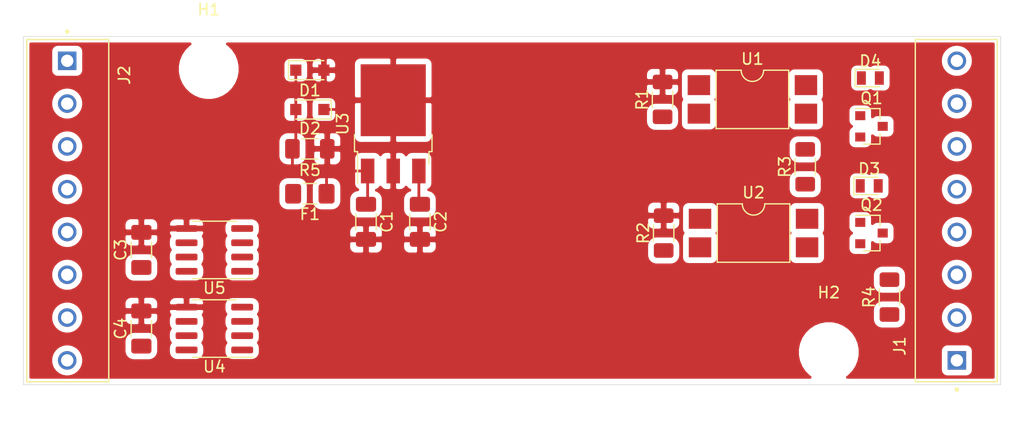
<source format=kicad_pcb>
(kicad_pcb (version 20171130) (host pcbnew 5.1.10-88a1d61d58~90~ubuntu20.04.1)

  (general
    (thickness 1.6)
    (drawings 4)
    (tracks 17)
    (zones 0)
    (modules 25)
    (nets 40)
  )

  (page A4)
  (layers
    (0 F.Cu signal)
    (31 B.Cu signal)
    (32 B.Adhes user)
    (33 F.Adhes user)
    (34 B.Paste user)
    (35 F.Paste user)
    (36 B.SilkS user)
    (37 F.SilkS user)
    (38 B.Mask user)
    (39 F.Mask user)
    (40 Dwgs.User user)
    (41 Cmts.User user)
    (42 Eco1.User user)
    (43 Eco2.User user)
    (44 Edge.Cuts user)
    (45 Margin user)
    (46 B.CrtYd user)
    (47 F.CrtYd user)
    (48 B.Fab user)
    (49 F.Fab user)
  )

  (setup
    (last_trace_width 0.25)
    (trace_clearance 0.2)
    (zone_clearance 0.508)
    (zone_45_only no)
    (trace_min 0.2)
    (via_size 0.8)
    (via_drill 0.4)
    (via_min_size 0.4)
    (via_min_drill 0.3)
    (uvia_size 0.3)
    (uvia_drill 0.1)
    (uvias_allowed no)
    (uvia_min_size 0.2)
    (uvia_min_drill 0.1)
    (edge_width 0.05)
    (segment_width 0.2)
    (pcb_text_width 0.3)
    (pcb_text_size 1.5 1.5)
    (mod_edge_width 0.12)
    (mod_text_size 1 1)
    (mod_text_width 0.15)
    (pad_size 1.524 1.524)
    (pad_drill 0.762)
    (pad_to_mask_clearance 0)
    (aux_axis_origin 0 0)
    (visible_elements FFFFFF7F)
    (pcbplotparams
      (layerselection 0x010fc_ffffffff)
      (usegerberextensions false)
      (usegerberattributes true)
      (usegerberadvancedattributes true)
      (creategerberjobfile true)
      (excludeedgelayer true)
      (linewidth 0.100000)
      (plotframeref false)
      (viasonmask false)
      (mode 1)
      (useauxorigin false)
      (hpglpennumber 1)
      (hpglpenspeed 20)
      (hpglpendiameter 15.000000)
      (psnegative false)
      (psa4output false)
      (plotreference true)
      (plotvalue true)
      (plotinvisibletext false)
      (padsonsilk false)
      (subtractmaskfromsilk false)
      (outputformat 1)
      (mirror false)
      (drillshape 1)
      (scaleselection 1)
      (outputdirectory ""))
  )

  (net 0 "")
  (net 1 GND)
  (net 2 "Net-(C1-Pad1)")
  (net 3 +3V3)
  (net 4 "Net-(D1-Pad1)")
  (net 5 Relay_0)
  (net 6 VS)
  (net 7 Relay_1)
  (net 8 VCC)
  (net 9 GNDPWR)
  (net 10 GND1)
  (net 11 "Net-(Q1-Pad1)")
  (net 12 "Net-(Q2-Pad1)")
  (net 13 "Net-(R1-Pad1)")
  (net 14 "Net-(R2-Pad1)")
  (net 15 "Net-(R3-Pad2)")
  (net 16 "Net-(R4-Pad2)")
  (net 17 SW0)
  (net 18 SW1)
  (net 19 RS485_0_B)
  (net 20 RS485_0_A)
  (net 21 RS485_0_TX)
  (net 22 RS485_0_TXE)
  (net 23 RS485_0_RX)
  (net 24 "Net-(J1-Pad8)")
  (net 25 "Net-(J1-Pad7)")
  (net 26 "Net-(J1-Pad6)")
  (net 27 "Net-(J1-Pad5)")
  (net 28 "Net-(J1-Pad4)")
  (net 29 "Net-(J1-Pad3)")
  (net 30 "Net-(J1-Pad1)")
  (net 31 "Net-(J1-Pad2)")
  (net 32 "Net-(J2-Pad8)")
  (net 33 "Net-(J2-Pad7)")
  (net 34 "Net-(J2-Pad6)")
  (net 35 "Net-(J2-Pad5)")
  (net 36 "Net-(J2-Pad4)")
  (net 37 "Net-(J2-Pad3)")
  (net 38 "Net-(J2-Pad1)")
  (net 39 "Net-(J2-Pad2)")

  (net_class Default "This is the default net class."
    (clearance 0.2)
    (trace_width 0.25)
    (via_dia 0.8)
    (via_drill 0.4)
    (uvia_dia 0.3)
    (uvia_drill 0.1)
    (add_net +3V3)
    (add_net GND)
    (add_net GND1)
    (add_net GNDPWR)
    (add_net "Net-(C1-Pad1)")
    (add_net "Net-(D1-Pad1)")
    (add_net "Net-(J1-Pad1)")
    (add_net "Net-(J1-Pad2)")
    (add_net "Net-(J1-Pad3)")
    (add_net "Net-(J1-Pad4)")
    (add_net "Net-(J1-Pad5)")
    (add_net "Net-(J1-Pad6)")
    (add_net "Net-(J1-Pad7)")
    (add_net "Net-(J1-Pad8)")
    (add_net "Net-(J2-Pad1)")
    (add_net "Net-(J2-Pad2)")
    (add_net "Net-(J2-Pad3)")
    (add_net "Net-(J2-Pad4)")
    (add_net "Net-(J2-Pad5)")
    (add_net "Net-(J2-Pad6)")
    (add_net "Net-(J2-Pad7)")
    (add_net "Net-(J2-Pad8)")
    (add_net "Net-(Q1-Pad1)")
    (add_net "Net-(Q2-Pad1)")
    (add_net "Net-(R1-Pad1)")
    (add_net "Net-(R2-Pad1)")
    (add_net "Net-(R3-Pad2)")
    (add_net "Net-(R4-Pad2)")
    (add_net RS485_0_A)
    (add_net RS485_0_B)
    (add_net RS485_0_RX)
    (add_net RS485_0_TX)
    (add_net RS485_0_TXE)
    (add_net Relay_0)
    (add_net Relay_1)
    (add_net SW0)
    (add_net SW1)
    (add_net VCC)
    (add_net VS)
  )

  (module Diode_SMD:D_SOD-323_HandSoldering (layer F.Cu) (tedit 58641869) (tstamp 6192C5E6)
    (at 125.5 86.5 180)
    (descr SOD-323)
    (tags SOD-323)
    (path /61931275)
    (attr smd)
    (fp_text reference D2 (at 0 -1.7) (layer F.SilkS)
      (effects (font (size 1 1) (thickness 0.15)))
    )
    (fp_text value 1N5819 (at 0.1 1.9) (layer F.Fab)
      (effects (font (size 1 1) (thickness 0.15)))
    )
    (fp_line (start -1.9 -0.85) (end 1.25 -0.85) (layer F.SilkS) (width 0.12))
    (fp_line (start -1.9 0.85) (end 1.25 0.85) (layer F.SilkS) (width 0.12))
    (fp_line (start -2 -0.95) (end -2 0.95) (layer F.CrtYd) (width 0.05))
    (fp_line (start -2 0.95) (end 2 0.95) (layer F.CrtYd) (width 0.05))
    (fp_line (start 2 -0.95) (end 2 0.95) (layer F.CrtYd) (width 0.05))
    (fp_line (start -2 -0.95) (end 2 -0.95) (layer F.CrtYd) (width 0.05))
    (fp_line (start -0.9 -0.7) (end 0.9 -0.7) (layer F.Fab) (width 0.1))
    (fp_line (start 0.9 -0.7) (end 0.9 0.7) (layer F.Fab) (width 0.1))
    (fp_line (start 0.9 0.7) (end -0.9 0.7) (layer F.Fab) (width 0.1))
    (fp_line (start -0.9 0.7) (end -0.9 -0.7) (layer F.Fab) (width 0.1))
    (fp_line (start -0.3 -0.35) (end -0.3 0.35) (layer F.Fab) (width 0.1))
    (fp_line (start -0.3 0) (end -0.5 0) (layer F.Fab) (width 0.1))
    (fp_line (start -0.3 0) (end 0.2 -0.35) (layer F.Fab) (width 0.1))
    (fp_line (start 0.2 -0.35) (end 0.2 0.35) (layer F.Fab) (width 0.1))
    (fp_line (start 0.2 0.35) (end -0.3 0) (layer F.Fab) (width 0.1))
    (fp_line (start 0.2 0) (end 0.45 0) (layer F.Fab) (width 0.1))
    (fp_line (start -1.9 -0.85) (end -1.9 0.85) (layer F.SilkS) (width 0.12))
    (fp_text user %R (at 0 -1.85) (layer F.Fab)
      (effects (font (size 1 1) (thickness 0.15)))
    )
    (pad 2 smd rect (at 1.25 0 180) (size 1 1) (layers F.Cu F.Paste F.Mask)
      (net 4 "Net-(D1-Pad1)"))
    (pad 1 smd rect (at -1.25 0 180) (size 1 1) (layers F.Cu F.Paste F.Mask)
      (net 2 "Net-(C1-Pad1)"))
    (model ${KISYS3DMOD}/Diode_SMD.3dshapes/D_SOD-323.wrl
      (at (xyz 0 0 0))
      (scale (xyz 1 1 1))
      (rotate (xyz 0 0 0))
    )
  )

  (module footprints:PHOENIX_1727078 (layer F.Cu) (tedit 61924FA1) (tstamp 6192B40E)
    (at 103.9 95.5 270)
    (path /61A443AD)
    (fp_text reference J2 (at -12.06 -5.085 90) (layer F.SilkS)
      (effects (font (size 1 1) (thickness 0.15)))
    )
    (fp_text value South (at -5.71 5.135 90) (layer F.Fab)
      (effects (font (size 1 1) (thickness 0.15)))
    )
    (fp_line (start -15.235 -3.7) (end 15.235 -3.7) (layer F.Fab) (width 0.127))
    (fp_line (start 15.235 -3.7) (end 15.235 3.6) (layer F.Fab) (width 0.127))
    (fp_line (start 15.235 3.6) (end -15.235 3.6) (layer F.Fab) (width 0.127))
    (fp_line (start -15.235 3.6) (end -15.235 -3.7) (layer F.Fab) (width 0.127))
    (fp_line (start -15.235 -3.7) (end 15.235 -3.7) (layer F.SilkS) (width 0.127))
    (fp_line (start -15.235 3.6) (end -15.235 -3.7) (layer F.SilkS) (width 0.127))
    (fp_line (start 15.235 3.6) (end -15.235 3.6) (layer F.SilkS) (width 0.127))
    (fp_line (start 15.235 -3.7) (end 15.235 3.6) (layer F.SilkS) (width 0.127))
    (fp_line (start -15.485 -3.95) (end 15.485 -3.95) (layer F.CrtYd) (width 0.05))
    (fp_line (start 15.485 -3.95) (end 15.485 3.85) (layer F.CrtYd) (width 0.05))
    (fp_line (start 15.485 3.85) (end -15.485 3.85) (layer F.CrtYd) (width 0.05))
    (fp_line (start -15.485 3.85) (end -15.485 -3.95) (layer F.CrtYd) (width 0.05))
    (fp_circle (center -15.935 0) (end -15.835 0) (layer F.SilkS) (width 0.2))
    (fp_circle (center -15.935 0) (end -15.835 0) (layer F.Fab) (width 0.2))
    (pad 8 thru_hole circle (at 13.335 0 270) (size 1.65 1.65) (drill 1.1) (layers *.Cu *.Mask)
      (net 32 "Net-(J2-Pad8)"))
    (pad 7 thru_hole circle (at 9.525 0 270) (size 1.65 1.65) (drill 1.1) (layers *.Cu *.Mask)
      (net 33 "Net-(J2-Pad7)"))
    (pad 6 thru_hole circle (at 5.715 0 270) (size 1.65 1.65) (drill 1.1) (layers *.Cu *.Mask)
      (net 34 "Net-(J2-Pad6)"))
    (pad 5 thru_hole circle (at 1.905 0 270) (size 1.65 1.65) (drill 1.1) (layers *.Cu *.Mask)
      (net 35 "Net-(J2-Pad5)"))
    (pad 4 thru_hole circle (at -1.905 0 270) (size 1.65 1.65) (drill 1.1) (layers *.Cu *.Mask)
      (net 36 "Net-(J2-Pad4)"))
    (pad 3 thru_hole circle (at -5.715 0 270) (size 1.65 1.65) (drill 1.1) (layers *.Cu *.Mask)
      (net 37 "Net-(J2-Pad3)"))
    (pad 1 thru_hole rect (at -13.335 0 270) (size 1.65 1.65) (drill 1.1) (layers *.Cu *.Mask)
      (net 38 "Net-(J2-Pad1)"))
    (pad 2 thru_hole circle (at -9.525 0 270) (size 1.65 1.65) (drill 1.1) (layers *.Cu *.Mask)
      (net 39 "Net-(J2-Pad2)"))
    (model /home/fabian/projects/grayc/inoa/satellite/libraries/models/1727078.step
      (offset (xyz -15 -3.5 0))
      (scale (xyz 1 1 1))
      (rotate (xyz -90 0 90))
    )
  )

  (module footprints:PHOENIX_1727078 (layer F.Cu) (tedit 61924FA1) (tstamp 6192B3F4)
    (at 183.1 95.5 90)
    (path /61A459FD)
    (fp_text reference J1 (at -12.06 -5.085 90) (layer F.SilkS)
      (effects (font (size 1 1) (thickness 0.15)))
    )
    (fp_text value North (at -5.71 5.135 90) (layer F.Fab)
      (effects (font (size 1 1) (thickness 0.15)))
    )
    (fp_line (start -15.235 -3.7) (end 15.235 -3.7) (layer F.Fab) (width 0.127))
    (fp_line (start 15.235 -3.7) (end 15.235 3.6) (layer F.Fab) (width 0.127))
    (fp_line (start 15.235 3.6) (end -15.235 3.6) (layer F.Fab) (width 0.127))
    (fp_line (start -15.235 3.6) (end -15.235 -3.7) (layer F.Fab) (width 0.127))
    (fp_line (start -15.235 -3.7) (end 15.235 -3.7) (layer F.SilkS) (width 0.127))
    (fp_line (start -15.235 3.6) (end -15.235 -3.7) (layer F.SilkS) (width 0.127))
    (fp_line (start 15.235 3.6) (end -15.235 3.6) (layer F.SilkS) (width 0.127))
    (fp_line (start 15.235 -3.7) (end 15.235 3.6) (layer F.SilkS) (width 0.127))
    (fp_line (start -15.485 -3.95) (end 15.485 -3.95) (layer F.CrtYd) (width 0.05))
    (fp_line (start 15.485 -3.95) (end 15.485 3.85) (layer F.CrtYd) (width 0.05))
    (fp_line (start 15.485 3.85) (end -15.485 3.85) (layer F.CrtYd) (width 0.05))
    (fp_line (start -15.485 3.85) (end -15.485 -3.95) (layer F.CrtYd) (width 0.05))
    (fp_circle (center -15.935 0) (end -15.835 0) (layer F.SilkS) (width 0.2))
    (fp_circle (center -15.935 0) (end -15.835 0) (layer F.Fab) (width 0.2))
    (pad 8 thru_hole circle (at 13.335 0 90) (size 1.65 1.65) (drill 1.1) (layers *.Cu *.Mask)
      (net 24 "Net-(J1-Pad8)"))
    (pad 7 thru_hole circle (at 9.525 0 90) (size 1.65 1.65) (drill 1.1) (layers *.Cu *.Mask)
      (net 25 "Net-(J1-Pad7)"))
    (pad 6 thru_hole circle (at 5.715 0 90) (size 1.65 1.65) (drill 1.1) (layers *.Cu *.Mask)
      (net 26 "Net-(J1-Pad6)"))
    (pad 5 thru_hole circle (at 1.905 0 90) (size 1.65 1.65) (drill 1.1) (layers *.Cu *.Mask)
      (net 27 "Net-(J1-Pad5)"))
    (pad 4 thru_hole circle (at -1.905 0 90) (size 1.65 1.65) (drill 1.1) (layers *.Cu *.Mask)
      (net 28 "Net-(J1-Pad4)"))
    (pad 3 thru_hole circle (at -5.715 0 90) (size 1.65 1.65) (drill 1.1) (layers *.Cu *.Mask)
      (net 29 "Net-(J1-Pad3)"))
    (pad 1 thru_hole rect (at -13.335 0 90) (size 1.65 1.65) (drill 1.1) (layers *.Cu *.Mask)
      (net 30 "Net-(J1-Pad1)"))
    (pad 2 thru_hole circle (at -9.525 0 90) (size 1.65 1.65) (drill 1.1) (layers *.Cu *.Mask)
      (net 31 "Net-(J1-Pad2)"))
    (model /home/fabian/projects/grayc/inoa/satellite/libraries/models/1727078.step
      (offset (xyz -15 -3.5 0))
      (scale (xyz 1 1 1))
      (rotate (xyz -90 0 90))
    )
  )

  (module Package_SO:SOIC-8_3.9x4.9mm_P1.27mm (layer F.Cu) (tedit 5D9F72B1) (tstamp 61929F06)
    (at 117 99 180)
    (descr "SOIC, 8 Pin (JEDEC MS-012AA, https://www.analog.com/media/en/package-pcb-resources/package/pkg_pdf/soic_narrow-r/r_8.pdf), generated with kicad-footprint-generator ipc_gullwing_generator.py")
    (tags "SOIC SO")
    (path /61A0E1CB)
    (attr smd)
    (fp_text reference U5 (at 0 -3.4) (layer F.SilkS)
      (effects (font (size 1 1) (thickness 0.15)))
    )
    (fp_text value MAX3486 (at 0 3.4) (layer F.Fab)
      (effects (font (size 1 1) (thickness 0.15)))
    )
    (fp_line (start 3.7 -2.7) (end -3.7 -2.7) (layer F.CrtYd) (width 0.05))
    (fp_line (start 3.7 2.7) (end 3.7 -2.7) (layer F.CrtYd) (width 0.05))
    (fp_line (start -3.7 2.7) (end 3.7 2.7) (layer F.CrtYd) (width 0.05))
    (fp_line (start -3.7 -2.7) (end -3.7 2.7) (layer F.CrtYd) (width 0.05))
    (fp_line (start -1.95 -1.475) (end -0.975 -2.45) (layer F.Fab) (width 0.1))
    (fp_line (start -1.95 2.45) (end -1.95 -1.475) (layer F.Fab) (width 0.1))
    (fp_line (start 1.95 2.45) (end -1.95 2.45) (layer F.Fab) (width 0.1))
    (fp_line (start 1.95 -2.45) (end 1.95 2.45) (layer F.Fab) (width 0.1))
    (fp_line (start -0.975 -2.45) (end 1.95 -2.45) (layer F.Fab) (width 0.1))
    (fp_line (start 0 -2.56) (end -3.45 -2.56) (layer F.SilkS) (width 0.12))
    (fp_line (start 0 -2.56) (end 1.95 -2.56) (layer F.SilkS) (width 0.12))
    (fp_line (start 0 2.56) (end -1.95 2.56) (layer F.SilkS) (width 0.12))
    (fp_line (start 0 2.56) (end 1.95 2.56) (layer F.SilkS) (width 0.12))
    (fp_text user %R (at 0 0) (layer F.Fab)
      (effects (font (size 0.98 0.98) (thickness 0.15)))
    )
    (pad 8 smd roundrect (at 2.475 -1.905 180) (size 1.95 0.6) (layers F.Cu F.Paste F.Mask) (roundrect_rratio 0.25)
      (net 3 +3V3))
    (pad 7 smd roundrect (at 2.475 -0.635 180) (size 1.95 0.6) (layers F.Cu F.Paste F.Mask) (roundrect_rratio 0.25)
      (net 19 RS485_0_B))
    (pad 6 smd roundrect (at 2.475 0.635 180) (size 1.95 0.6) (layers F.Cu F.Paste F.Mask) (roundrect_rratio 0.25)
      (net 20 RS485_0_A))
    (pad 5 smd roundrect (at 2.475 1.905 180) (size 1.95 0.6) (layers F.Cu F.Paste F.Mask) (roundrect_rratio 0.25)
      (net 1 GND))
    (pad 4 smd roundrect (at -2.475 1.905 180) (size 1.95 0.6) (layers F.Cu F.Paste F.Mask) (roundrect_rratio 0.25)
      (net 21 RS485_0_TX))
    (pad 3 smd roundrect (at -2.475 0.635 180) (size 1.95 0.6) (layers F.Cu F.Paste F.Mask) (roundrect_rratio 0.25)
      (net 22 RS485_0_TXE))
    (pad 2 smd roundrect (at -2.475 -0.635 180) (size 1.95 0.6) (layers F.Cu F.Paste F.Mask) (roundrect_rratio 0.25)
      (net 22 RS485_0_TXE))
    (pad 1 smd roundrect (at -2.475 -1.905 180) (size 1.95 0.6) (layers F.Cu F.Paste F.Mask) (roundrect_rratio 0.25)
      (net 23 RS485_0_RX))
    (model ${KISYS3DMOD}/Package_SO.3dshapes/SOIC-8_3.9x4.9mm_P1.27mm.wrl
      (at (xyz 0 0 0))
      (scale (xyz 1 1 1))
      (rotate (xyz 0 0 0))
    )
  )

  (module Package_SO:SOIC-8_3.9x4.9mm_P1.27mm (layer F.Cu) (tedit 5D9F72B1) (tstamp 61929EEC)
    (at 117 106 180)
    (descr "SOIC, 8 Pin (JEDEC MS-012AA, https://www.analog.com/media/en/package-pcb-resources/package/pkg_pdf/soic_narrow-r/r_8.pdf), generated with kicad-footprint-generator ipc_gullwing_generator.py")
    (tags "SOIC SO")
    (path /6192C1B1)
    (attr smd)
    (fp_text reference U4 (at 0 -3.4) (layer F.SilkS)
      (effects (font (size 1 1) (thickness 0.15)))
    )
    (fp_text value MAX3486 (at 0 3.4) (layer F.Fab)
      (effects (font (size 1 1) (thickness 0.15)))
    )
    (fp_line (start 3.7 -2.7) (end -3.7 -2.7) (layer F.CrtYd) (width 0.05))
    (fp_line (start 3.7 2.7) (end 3.7 -2.7) (layer F.CrtYd) (width 0.05))
    (fp_line (start -3.7 2.7) (end 3.7 2.7) (layer F.CrtYd) (width 0.05))
    (fp_line (start -3.7 -2.7) (end -3.7 2.7) (layer F.CrtYd) (width 0.05))
    (fp_line (start -1.95 -1.475) (end -0.975 -2.45) (layer F.Fab) (width 0.1))
    (fp_line (start -1.95 2.45) (end -1.95 -1.475) (layer F.Fab) (width 0.1))
    (fp_line (start 1.95 2.45) (end -1.95 2.45) (layer F.Fab) (width 0.1))
    (fp_line (start 1.95 -2.45) (end 1.95 2.45) (layer F.Fab) (width 0.1))
    (fp_line (start -0.975 -2.45) (end 1.95 -2.45) (layer F.Fab) (width 0.1))
    (fp_line (start 0 -2.56) (end -3.45 -2.56) (layer F.SilkS) (width 0.12))
    (fp_line (start 0 -2.56) (end 1.95 -2.56) (layer F.SilkS) (width 0.12))
    (fp_line (start 0 2.56) (end -1.95 2.56) (layer F.SilkS) (width 0.12))
    (fp_line (start 0 2.56) (end 1.95 2.56) (layer F.SilkS) (width 0.12))
    (fp_text user %R (at 0 0) (layer F.Fab)
      (effects (font (size 0.98 0.98) (thickness 0.15)))
    )
    (pad 8 smd roundrect (at 2.475 -1.905 180) (size 1.95 0.6) (layers F.Cu F.Paste F.Mask) (roundrect_rratio 0.25)
      (net 3 +3V3))
    (pad 7 smd roundrect (at 2.475 -0.635 180) (size 1.95 0.6) (layers F.Cu F.Paste F.Mask) (roundrect_rratio 0.25)
      (net 19 RS485_0_B))
    (pad 6 smd roundrect (at 2.475 0.635 180) (size 1.95 0.6) (layers F.Cu F.Paste F.Mask) (roundrect_rratio 0.25)
      (net 20 RS485_0_A))
    (pad 5 smd roundrect (at 2.475 1.905 180) (size 1.95 0.6) (layers F.Cu F.Paste F.Mask) (roundrect_rratio 0.25)
      (net 1 GND))
    (pad 4 smd roundrect (at -2.475 1.905 180) (size 1.95 0.6) (layers F.Cu F.Paste F.Mask) (roundrect_rratio 0.25)
      (net 21 RS485_0_TX))
    (pad 3 smd roundrect (at -2.475 0.635 180) (size 1.95 0.6) (layers F.Cu F.Paste F.Mask) (roundrect_rratio 0.25)
      (net 22 RS485_0_TXE))
    (pad 2 smd roundrect (at -2.475 -0.635 180) (size 1.95 0.6) (layers F.Cu F.Paste F.Mask) (roundrect_rratio 0.25)
      (net 22 RS485_0_TXE))
    (pad 1 smd roundrect (at -2.475 -1.905 180) (size 1.95 0.6) (layers F.Cu F.Paste F.Mask) (roundrect_rratio 0.25)
      (net 23 RS485_0_RX))
    (model ${KISYS3DMOD}/Package_SO.3dshapes/SOIC-8_3.9x4.9mm_P1.27mm.wrl
      (at (xyz 0 0 0))
      (scale (xyz 1 1 1))
      (rotate (xyz 0 0 0))
    )
  )

  (module Package_TO_SOT_SMD:TO-252-3_TabPin2 (layer F.Cu) (tedit 5A70F30B) (tstamp 61929ED2)
    (at 132.925 87.775 90)
    (descr "TO-252 / DPAK SMD package, http://www.infineon.com/cms/en/product/packages/PG-TO252/PG-TO252-3-1/")
    (tags "DPAK TO-252 DPAK-3 TO-252-3 SOT-428")
    (path /6192F73F)
    (attr smd)
    (fp_text reference U3 (at 0 -4.5 90) (layer F.SilkS)
      (effects (font (size 1 1) (thickness 0.15)))
    )
    (fp_text value BA033CC0FP-E2 (at 0 4.5 90) (layer F.Fab)
      (effects (font (size 1 1) (thickness 0.15)))
    )
    (fp_line (start 5.55 -3.5) (end -5.55 -3.5) (layer F.CrtYd) (width 0.05))
    (fp_line (start 5.55 3.5) (end 5.55 -3.5) (layer F.CrtYd) (width 0.05))
    (fp_line (start -5.55 3.5) (end 5.55 3.5) (layer F.CrtYd) (width 0.05))
    (fp_line (start -5.55 -3.5) (end -5.55 3.5) (layer F.CrtYd) (width 0.05))
    (fp_line (start -2.47 3.18) (end -3.57 3.18) (layer F.SilkS) (width 0.12))
    (fp_line (start -2.47 3.45) (end -2.47 3.18) (layer F.SilkS) (width 0.12))
    (fp_line (start -0.97 3.45) (end -2.47 3.45) (layer F.SilkS) (width 0.12))
    (fp_line (start -2.47 -3.18) (end -5.3 -3.18) (layer F.SilkS) (width 0.12))
    (fp_line (start -2.47 -3.45) (end -2.47 -3.18) (layer F.SilkS) (width 0.12))
    (fp_line (start -0.97 -3.45) (end -2.47 -3.45) (layer F.SilkS) (width 0.12))
    (fp_line (start -4.97 2.655) (end -2.27 2.655) (layer F.Fab) (width 0.1))
    (fp_line (start -4.97 1.905) (end -4.97 2.655) (layer F.Fab) (width 0.1))
    (fp_line (start -2.27 1.905) (end -4.97 1.905) (layer F.Fab) (width 0.1))
    (fp_line (start -4.97 0.375) (end -2.27 0.375) (layer F.Fab) (width 0.1))
    (fp_line (start -4.97 -0.375) (end -4.97 0.375) (layer F.Fab) (width 0.1))
    (fp_line (start -2.27 -0.375) (end -4.97 -0.375) (layer F.Fab) (width 0.1))
    (fp_line (start -4.97 -1.905) (end -2.27 -1.905) (layer F.Fab) (width 0.1))
    (fp_line (start -4.97 -2.655) (end -4.97 -1.905) (layer F.Fab) (width 0.1))
    (fp_line (start -1.865 -2.655) (end -4.97 -2.655) (layer F.Fab) (width 0.1))
    (fp_line (start -1.27 -3.25) (end 3.95 -3.25) (layer F.Fab) (width 0.1))
    (fp_line (start -2.27 -2.25) (end -1.27 -3.25) (layer F.Fab) (width 0.1))
    (fp_line (start -2.27 3.25) (end -2.27 -2.25) (layer F.Fab) (width 0.1))
    (fp_line (start 3.95 3.25) (end -2.27 3.25) (layer F.Fab) (width 0.1))
    (fp_line (start 3.95 -3.25) (end 3.95 3.25) (layer F.Fab) (width 0.1))
    (fp_line (start 4.95 2.7) (end 3.95 2.7) (layer F.Fab) (width 0.1))
    (fp_line (start 4.95 -2.7) (end 4.95 2.7) (layer F.Fab) (width 0.1))
    (fp_line (start 3.95 -2.7) (end 4.95 -2.7) (layer F.Fab) (width 0.1))
    (fp_text user %R (at 0 0 90) (layer F.Fab)
      (effects (font (size 1 1) (thickness 0.15)))
    )
    (pad "" smd rect (at 0.425 1.525 90) (size 3.05 2.75) (layers F.Paste))
    (pad "" smd rect (at 3.775 -1.525 90) (size 3.05 2.75) (layers F.Paste))
    (pad "" smd rect (at 0.425 -1.525 90) (size 3.05 2.75) (layers F.Paste))
    (pad "" smd rect (at 3.775 1.525 90) (size 3.05 2.75) (layers F.Paste))
    (pad 2 smd rect (at 2.1 0 90) (size 6.4 5.8) (layers F.Cu F.Mask)
      (net 1 GND))
    (pad 3 smd rect (at -4.2 2.28 90) (size 2.2 1.2) (layers F.Cu F.Paste F.Mask)
      (net 3 +3V3))
    (pad 2 smd rect (at -4.2 0 90) (size 2.2 1.2) (layers F.Cu F.Paste F.Mask)
      (net 1 GND))
    (pad 1 smd rect (at -4.2 -2.28 90) (size 2.2 1.2) (layers F.Cu F.Paste F.Mask)
      (net 2 "Net-(C1-Pad1)"))
    (model ${KISYS3DMOD}/Package_TO_SOT_SMD.3dshapes/TO-252-3_TabPin2.wrl
      (at (xyz 0 0 0))
      (scale (xyz 1 1 1))
      (rotate (xyz 0 0 0))
    )
  )

  (module Package_DIP:SMDIP-4_W9.53mm (layer F.Cu) (tedit 5A02E8C5) (tstamp 61929EAA)
    (at 165 97.5)
    (descr "4-lead surface-mounted (SMD) DIP package, row spacing 9.53 mm (375 mils)")
    (tags "SMD DIP DIL PDIP SMDIP 2.54mm 9.53mm 375mil")
    (path /6192CC62)
    (attr smd)
    (fp_text reference U2 (at 0 -3.6) (layer F.SilkS)
      (effects (font (size 1 1) (thickness 0.15)))
    )
    (fp_text value LTV-817S (at 0 3.6) (layer F.Fab)
      (effects (font (size 1 1) (thickness 0.15)))
    )
    (fp_line (start 6.05 -2.8) (end -6.05 -2.8) (layer F.CrtYd) (width 0.05))
    (fp_line (start 6.05 2.8) (end 6.05 -2.8) (layer F.CrtYd) (width 0.05))
    (fp_line (start -6.05 2.8) (end 6.05 2.8) (layer F.CrtYd) (width 0.05))
    (fp_line (start -6.05 -2.8) (end -6.05 2.8) (layer F.CrtYd) (width 0.05))
    (fp_line (start 3.235 -2.6) (end 1 -2.6) (layer F.SilkS) (width 0.12))
    (fp_line (start 3.235 2.6) (end 3.235 -2.6) (layer F.SilkS) (width 0.12))
    (fp_line (start -3.235 2.6) (end 3.235 2.6) (layer F.SilkS) (width 0.12))
    (fp_line (start -3.235 -2.6) (end -3.235 2.6) (layer F.SilkS) (width 0.12))
    (fp_line (start -1 -2.6) (end -3.235 -2.6) (layer F.SilkS) (width 0.12))
    (fp_line (start -3.175 -1.54) (end -2.175 -2.54) (layer F.Fab) (width 0.1))
    (fp_line (start -3.175 2.54) (end -3.175 -1.54) (layer F.Fab) (width 0.1))
    (fp_line (start 3.175 2.54) (end -3.175 2.54) (layer F.Fab) (width 0.1))
    (fp_line (start 3.175 -2.54) (end 3.175 2.54) (layer F.Fab) (width 0.1))
    (fp_line (start -2.175 -2.54) (end 3.175 -2.54) (layer F.Fab) (width 0.1))
    (fp_text user %R (at 0 0) (layer F.Fab)
      (effects (font (size 1 1) (thickness 0.15)))
    )
    (fp_arc (start 0 -2.6) (end -1 -2.6) (angle -180) (layer F.SilkS) (width 0.12))
    (pad 4 smd rect (at 4.765 -1.27) (size 2 1.78) (layers F.Cu F.Paste F.Mask)
      (net 6 VS))
    (pad 2 smd rect (at -4.765 1.27) (size 2 1.78) (layers F.Cu F.Paste F.Mask)
      (net 14 "Net-(R2-Pad1)"))
    (pad 3 smd rect (at 4.765 1.27) (size 2 1.78) (layers F.Cu F.Paste F.Mask)
      (net 16 "Net-(R4-Pad2)"))
    (pad 1 smd rect (at -4.765 -1.27) (size 2 1.78) (layers F.Cu F.Paste F.Mask)
      (net 18 SW1))
    (model ${KISYS3DMOD}/Package_DIP.3dshapes/SMDIP-4_W9.53mm.wrl
      (at (xyz 0 0 0))
      (scale (xyz 1 1 1))
      (rotate (xyz 0 0 0))
    )
  )

  (module Package_DIP:SMDIP-4_W9.53mm (layer F.Cu) (tedit 5A02E8C5) (tstamp 61929E92)
    (at 164.9 85.6)
    (descr "4-lead surface-mounted (SMD) DIP package, row spacing 9.53 mm (375 mils)")
    (tags "SMD DIP DIL PDIP SMDIP 2.54mm 9.53mm 375mil")
    (path /6195E74D)
    (attr smd)
    (fp_text reference U1 (at 0 -3.6) (layer F.SilkS)
      (effects (font (size 1 1) (thickness 0.15)))
    )
    (fp_text value LTV-817S (at 0 3.6) (layer F.Fab)
      (effects (font (size 1 1) (thickness 0.15)))
    )
    (fp_line (start 6.05 -2.8) (end -6.05 -2.8) (layer F.CrtYd) (width 0.05))
    (fp_line (start 6.05 2.8) (end 6.05 -2.8) (layer F.CrtYd) (width 0.05))
    (fp_line (start -6.05 2.8) (end 6.05 2.8) (layer F.CrtYd) (width 0.05))
    (fp_line (start -6.05 -2.8) (end -6.05 2.8) (layer F.CrtYd) (width 0.05))
    (fp_line (start 3.235 -2.6) (end 1 -2.6) (layer F.SilkS) (width 0.12))
    (fp_line (start 3.235 2.6) (end 3.235 -2.6) (layer F.SilkS) (width 0.12))
    (fp_line (start -3.235 2.6) (end 3.235 2.6) (layer F.SilkS) (width 0.12))
    (fp_line (start -3.235 -2.6) (end -3.235 2.6) (layer F.SilkS) (width 0.12))
    (fp_line (start -1 -2.6) (end -3.235 -2.6) (layer F.SilkS) (width 0.12))
    (fp_line (start -3.175 -1.54) (end -2.175 -2.54) (layer F.Fab) (width 0.1))
    (fp_line (start -3.175 2.54) (end -3.175 -1.54) (layer F.Fab) (width 0.1))
    (fp_line (start 3.175 2.54) (end -3.175 2.54) (layer F.Fab) (width 0.1))
    (fp_line (start 3.175 -2.54) (end 3.175 2.54) (layer F.Fab) (width 0.1))
    (fp_line (start -2.175 -2.54) (end 3.175 -2.54) (layer F.Fab) (width 0.1))
    (fp_text user %R (at 0 0) (layer F.Fab)
      (effects (font (size 1 1) (thickness 0.15)))
    )
    (fp_arc (start 0 -2.6) (end -1 -2.6) (angle -180) (layer F.SilkS) (width 0.12))
    (pad 4 smd rect (at 4.765 -1.27) (size 2 1.78) (layers F.Cu F.Paste F.Mask)
      (net 6 VS))
    (pad 2 smd rect (at -4.765 1.27) (size 2 1.78) (layers F.Cu F.Paste F.Mask)
      (net 13 "Net-(R1-Pad1)"))
    (pad 3 smd rect (at 4.765 1.27) (size 2 1.78) (layers F.Cu F.Paste F.Mask)
      (net 15 "Net-(R3-Pad2)"))
    (pad 1 smd rect (at -4.765 -1.27) (size 2 1.78) (layers F.Cu F.Paste F.Mask)
      (net 17 SW0))
    (model ${KISYS3DMOD}/Package_DIP.3dshapes/SMDIP-4_W9.53mm.wrl
      (at (xyz 0 0 0))
      (scale (xyz 1 1 1))
      (rotate (xyz 0 0 0))
    )
  )

  (module Resistor_SMD:R_1206_3216Metric_Pad1.30x1.75mm_HandSolder (layer F.Cu) (tedit 5F68FEEE) (tstamp 61929E7A)
    (at 125.5 90)
    (descr "Resistor SMD 1206 (3216 Metric), square (rectangular) end terminal, IPC_7351 nominal with elongated pad for handsoldering. (Body size source: IPC-SM-782 page 72, https://www.pcb-3d.com/wordpress/wp-content/uploads/ipc-sm-782a_amendment_1_and_2.pdf), generated with kicad-footprint-generator")
    (tags "resistor handsolder")
    (path /61931725)
    (attr smd)
    (fp_text reference R5 (at 0 1.9) (layer F.SilkS)
      (effects (font (size 1 1) (thickness 0.15)))
    )
    (fp_text value R (at 0 1.82) (layer F.Fab)
      (effects (font (size 1 1) (thickness 0.15)))
    )
    (fp_line (start 2.45 1.12) (end -2.45 1.12) (layer F.CrtYd) (width 0.05))
    (fp_line (start 2.45 -1.12) (end 2.45 1.12) (layer F.CrtYd) (width 0.05))
    (fp_line (start -2.45 -1.12) (end 2.45 -1.12) (layer F.CrtYd) (width 0.05))
    (fp_line (start -2.45 1.12) (end -2.45 -1.12) (layer F.CrtYd) (width 0.05))
    (fp_line (start -0.727064 0.91) (end 0.727064 0.91) (layer F.SilkS) (width 0.12))
    (fp_line (start -0.727064 -0.91) (end 0.727064 -0.91) (layer F.SilkS) (width 0.12))
    (fp_line (start 1.6 0.8) (end -1.6 0.8) (layer F.Fab) (width 0.1))
    (fp_line (start 1.6 -0.8) (end 1.6 0.8) (layer F.Fab) (width 0.1))
    (fp_line (start -1.6 -0.8) (end 1.6 -0.8) (layer F.Fab) (width 0.1))
    (fp_line (start -1.6 0.8) (end -1.6 -0.8) (layer F.Fab) (width 0.1))
    (fp_text user %R (at 0 0) (layer F.Fab)
      (effects (font (size 0.8 0.8) (thickness 0.12)))
    )
    (pad 2 smd roundrect (at 1.55 0) (size 1.3 1.75) (layers F.Cu F.Paste F.Mask) (roundrect_rratio 0.192308)
      (net 1 GND))
    (pad 1 smd roundrect (at -1.55 0) (size 1.3 1.75) (layers F.Cu F.Paste F.Mask) (roundrect_rratio 0.192308)
      (net 4 "Net-(D1-Pad1)"))
    (model ${KISYS3DMOD}/Resistor_SMD.3dshapes/R_1206_3216Metric.wrl
      (at (xyz 0 0 0))
      (scale (xyz 1 1 1))
      (rotate (xyz 0 0 0))
    )
  )

  (module Resistor_SMD:R_1206_3216Metric_Pad1.30x1.75mm_HandSolder (layer F.Cu) (tedit 5F68FEEE) (tstamp 61929E69)
    (at 177.1 103.2 90)
    (descr "Resistor SMD 1206 (3216 Metric), square (rectangular) end terminal, IPC_7351 nominal with elongated pad for handsoldering. (Body size source: IPC-SM-782 page 72, https://www.pcb-3d.com/wordpress/wp-content/uploads/ipc-sm-782a_amendment_1_and_2.pdf), generated with kicad-footprint-generator")
    (tags "resistor handsolder")
    (path /61946509)
    (attr smd)
    (fp_text reference R4 (at 0 -1.82 90) (layer F.SilkS)
      (effects (font (size 1 1) (thickness 0.15)))
    )
    (fp_text value R (at 0 1.82 90) (layer F.Fab)
      (effects (font (size 1 1) (thickness 0.15)))
    )
    (fp_line (start 2.45 1.12) (end -2.45 1.12) (layer F.CrtYd) (width 0.05))
    (fp_line (start 2.45 -1.12) (end 2.45 1.12) (layer F.CrtYd) (width 0.05))
    (fp_line (start -2.45 -1.12) (end 2.45 -1.12) (layer F.CrtYd) (width 0.05))
    (fp_line (start -2.45 1.12) (end -2.45 -1.12) (layer F.CrtYd) (width 0.05))
    (fp_line (start -0.727064 0.91) (end 0.727064 0.91) (layer F.SilkS) (width 0.12))
    (fp_line (start -0.727064 -0.91) (end 0.727064 -0.91) (layer F.SilkS) (width 0.12))
    (fp_line (start 1.6 0.8) (end -1.6 0.8) (layer F.Fab) (width 0.1))
    (fp_line (start 1.6 -0.8) (end 1.6 0.8) (layer F.Fab) (width 0.1))
    (fp_line (start -1.6 -0.8) (end 1.6 -0.8) (layer F.Fab) (width 0.1))
    (fp_line (start -1.6 0.8) (end -1.6 -0.8) (layer F.Fab) (width 0.1))
    (fp_text user %R (at 0 0 90) (layer F.Fab)
      (effects (font (size 0.8 0.8) (thickness 0.12)))
    )
    (pad 2 smd roundrect (at 1.55 0 90) (size 1.3 1.75) (layers F.Cu F.Paste F.Mask) (roundrect_rratio 0.192308)
      (net 16 "Net-(R4-Pad2)"))
    (pad 1 smd roundrect (at -1.55 0 90) (size 1.3 1.75) (layers F.Cu F.Paste F.Mask) (roundrect_rratio 0.192308)
      (net 12 "Net-(Q2-Pad1)"))
    (model ${KISYS3DMOD}/Resistor_SMD.3dshapes/R_1206_3216Metric.wrl
      (at (xyz 0 0 0))
      (scale (xyz 1 1 1))
      (rotate (xyz 0 0 0))
    )
  )

  (module Resistor_SMD:R_1206_3216Metric_Pad1.30x1.75mm_HandSolder (layer F.Cu) (tedit 5F68FEEE) (tstamp 61929E58)
    (at 169.6 91.6 90)
    (descr "Resistor SMD 1206 (3216 Metric), square (rectangular) end terminal, IPC_7351 nominal with elongated pad for handsoldering. (Body size source: IPC-SM-782 page 72, https://www.pcb-3d.com/wordpress/wp-content/uploads/ipc-sm-782a_amendment_1_and_2.pdf), generated with kicad-footprint-generator")
    (tags "resistor handsolder")
    (path /6195E759)
    (attr smd)
    (fp_text reference R3 (at 0 -1.82 90) (layer F.SilkS)
      (effects (font (size 1 1) (thickness 0.15)))
    )
    (fp_text value R (at 0 1.82 90) (layer F.Fab)
      (effects (font (size 1 1) (thickness 0.15)))
    )
    (fp_line (start 2.45 1.12) (end -2.45 1.12) (layer F.CrtYd) (width 0.05))
    (fp_line (start 2.45 -1.12) (end 2.45 1.12) (layer F.CrtYd) (width 0.05))
    (fp_line (start -2.45 -1.12) (end 2.45 -1.12) (layer F.CrtYd) (width 0.05))
    (fp_line (start -2.45 1.12) (end -2.45 -1.12) (layer F.CrtYd) (width 0.05))
    (fp_line (start -0.727064 0.91) (end 0.727064 0.91) (layer F.SilkS) (width 0.12))
    (fp_line (start -0.727064 -0.91) (end 0.727064 -0.91) (layer F.SilkS) (width 0.12))
    (fp_line (start 1.6 0.8) (end -1.6 0.8) (layer F.Fab) (width 0.1))
    (fp_line (start 1.6 -0.8) (end 1.6 0.8) (layer F.Fab) (width 0.1))
    (fp_line (start -1.6 -0.8) (end 1.6 -0.8) (layer F.Fab) (width 0.1))
    (fp_line (start -1.6 0.8) (end -1.6 -0.8) (layer F.Fab) (width 0.1))
    (fp_text user %R (at 0 0 90) (layer F.Fab)
      (effects (font (size 0.8 0.8) (thickness 0.12)))
    )
    (pad 2 smd roundrect (at 1.55 0 90) (size 1.3 1.75) (layers F.Cu F.Paste F.Mask) (roundrect_rratio 0.192308)
      (net 15 "Net-(R3-Pad2)"))
    (pad 1 smd roundrect (at -1.55 0 90) (size 1.3 1.75) (layers F.Cu F.Paste F.Mask) (roundrect_rratio 0.192308)
      (net 11 "Net-(Q1-Pad1)"))
    (model ${KISYS3DMOD}/Resistor_SMD.3dshapes/R_1206_3216Metric.wrl
      (at (xyz 0 0 0))
      (scale (xyz 1 1 1))
      (rotate (xyz 0 0 0))
    )
  )

  (module Resistor_SMD:R_1206_3216Metric_Pad1.30x1.75mm_HandSolder (layer F.Cu) (tedit 5F68FEEE) (tstamp 61929E47)
    (at 157 97.5 90)
    (descr "Resistor SMD 1206 (3216 Metric), square (rectangular) end terminal, IPC_7351 nominal with elongated pad for handsoldering. (Body size source: IPC-SM-782 page 72, https://www.pcb-3d.com/wordpress/wp-content/uploads/ipc-sm-782a_amendment_1_and_2.pdf), generated with kicad-footprint-generator")
    (tags "resistor handsolder")
    (path /61946A11)
    (attr smd)
    (fp_text reference R2 (at 0 -1.82 90) (layer F.SilkS)
      (effects (font (size 1 1) (thickness 0.15)))
    )
    (fp_text value R (at 0 1.82 90) (layer F.Fab)
      (effects (font (size 1 1) (thickness 0.15)))
    )
    (fp_line (start 2.45 1.12) (end -2.45 1.12) (layer F.CrtYd) (width 0.05))
    (fp_line (start 2.45 -1.12) (end 2.45 1.12) (layer F.CrtYd) (width 0.05))
    (fp_line (start -2.45 -1.12) (end 2.45 -1.12) (layer F.CrtYd) (width 0.05))
    (fp_line (start -2.45 1.12) (end -2.45 -1.12) (layer F.CrtYd) (width 0.05))
    (fp_line (start -0.727064 0.91) (end 0.727064 0.91) (layer F.SilkS) (width 0.12))
    (fp_line (start -0.727064 -0.91) (end 0.727064 -0.91) (layer F.SilkS) (width 0.12))
    (fp_line (start 1.6 0.8) (end -1.6 0.8) (layer F.Fab) (width 0.1))
    (fp_line (start 1.6 -0.8) (end 1.6 0.8) (layer F.Fab) (width 0.1))
    (fp_line (start -1.6 -0.8) (end 1.6 -0.8) (layer F.Fab) (width 0.1))
    (fp_line (start -1.6 0.8) (end -1.6 -0.8) (layer F.Fab) (width 0.1))
    (fp_text user %R (at 0 0 90) (layer F.Fab)
      (effects (font (size 0.8 0.8) (thickness 0.12)))
    )
    (pad 2 smd roundrect (at 1.55 0 90) (size 1.3 1.75) (layers F.Cu F.Paste F.Mask) (roundrect_rratio 0.192308)
      (net 1 GND))
    (pad 1 smd roundrect (at -1.55 0 90) (size 1.3 1.75) (layers F.Cu F.Paste F.Mask) (roundrect_rratio 0.192308)
      (net 14 "Net-(R2-Pad1)"))
    (model ${KISYS3DMOD}/Resistor_SMD.3dshapes/R_1206_3216Metric.wrl
      (at (xyz 0 0 0))
      (scale (xyz 1 1 1))
      (rotate (xyz 0 0 0))
    )
  )

  (module Resistor_SMD:R_1206_3216Metric_Pad1.30x1.75mm_HandSolder (layer F.Cu) (tedit 5F68FEEE) (tstamp 61929E36)
    (at 156.9 85.6 90)
    (descr "Resistor SMD 1206 (3216 Metric), square (rectangular) end terminal, IPC_7351 nominal with elongated pad for handsoldering. (Body size source: IPC-SM-782 page 72, https://www.pcb-3d.com/wordpress/wp-content/uploads/ipc-sm-782a_amendment_1_and_2.pdf), generated with kicad-footprint-generator")
    (tags "resistor handsolder")
    (path /6195E75F)
    (attr smd)
    (fp_text reference R1 (at 0 -1.82 90) (layer F.SilkS)
      (effects (font (size 1 1) (thickness 0.15)))
    )
    (fp_text value R (at 0 1.82 90) (layer F.Fab)
      (effects (font (size 1 1) (thickness 0.15)))
    )
    (fp_line (start 2.45 1.12) (end -2.45 1.12) (layer F.CrtYd) (width 0.05))
    (fp_line (start 2.45 -1.12) (end 2.45 1.12) (layer F.CrtYd) (width 0.05))
    (fp_line (start -2.45 -1.12) (end 2.45 -1.12) (layer F.CrtYd) (width 0.05))
    (fp_line (start -2.45 1.12) (end -2.45 -1.12) (layer F.CrtYd) (width 0.05))
    (fp_line (start -0.727064 0.91) (end 0.727064 0.91) (layer F.SilkS) (width 0.12))
    (fp_line (start -0.727064 -0.91) (end 0.727064 -0.91) (layer F.SilkS) (width 0.12))
    (fp_line (start 1.6 0.8) (end -1.6 0.8) (layer F.Fab) (width 0.1))
    (fp_line (start 1.6 -0.8) (end 1.6 0.8) (layer F.Fab) (width 0.1))
    (fp_line (start -1.6 -0.8) (end 1.6 -0.8) (layer F.Fab) (width 0.1))
    (fp_line (start -1.6 0.8) (end -1.6 -0.8) (layer F.Fab) (width 0.1))
    (fp_text user %R (at 0 0 90) (layer F.Fab)
      (effects (font (size 0.8 0.8) (thickness 0.12)))
    )
    (pad 2 smd roundrect (at 1.55 0 90) (size 1.3 1.75) (layers F.Cu F.Paste F.Mask) (roundrect_rratio 0.192308)
      (net 1 GND))
    (pad 1 smd roundrect (at -1.55 0 90) (size 1.3 1.75) (layers F.Cu F.Paste F.Mask) (roundrect_rratio 0.192308)
      (net 13 "Net-(R1-Pad1)"))
    (model ${KISYS3DMOD}/Resistor_SMD.3dshapes/R_1206_3216Metric.wrl
      (at (xyz 0 0 0))
      (scale (xyz 1 1 1))
      (rotate (xyz 0 0 0))
    )
  )

  (module Package_TO_SOT_SMD:SOT-23 (layer F.Cu) (tedit 5A02FF57) (tstamp 61929E25)
    (at 175.5 97.5)
    (descr "SOT-23, Standard")
    (tags SOT-23)
    (path /61949323)
    (attr smd)
    (fp_text reference Q2 (at 0 -2.5) (layer F.SilkS)
      (effects (font (size 1 1) (thickness 0.15)))
    )
    (fp_text value MMBT3904 (at 0 2.5) (layer F.Fab)
      (effects (font (size 1 1) (thickness 0.15)))
    )
    (fp_line (start 0.76 1.58) (end -0.7 1.58) (layer F.SilkS) (width 0.12))
    (fp_line (start 0.76 -1.58) (end -1.4 -1.58) (layer F.SilkS) (width 0.12))
    (fp_line (start -1.7 1.75) (end -1.7 -1.75) (layer F.CrtYd) (width 0.05))
    (fp_line (start 1.7 1.75) (end -1.7 1.75) (layer F.CrtYd) (width 0.05))
    (fp_line (start 1.7 -1.75) (end 1.7 1.75) (layer F.CrtYd) (width 0.05))
    (fp_line (start -1.7 -1.75) (end 1.7 -1.75) (layer F.CrtYd) (width 0.05))
    (fp_line (start 0.76 -1.58) (end 0.76 -0.65) (layer F.SilkS) (width 0.12))
    (fp_line (start 0.76 1.58) (end 0.76 0.65) (layer F.SilkS) (width 0.12))
    (fp_line (start -0.7 1.52) (end 0.7 1.52) (layer F.Fab) (width 0.1))
    (fp_line (start 0.7 -1.52) (end 0.7 1.52) (layer F.Fab) (width 0.1))
    (fp_line (start -0.7 -0.95) (end -0.15 -1.52) (layer F.Fab) (width 0.1))
    (fp_line (start -0.15 -1.52) (end 0.7 -1.52) (layer F.Fab) (width 0.1))
    (fp_line (start -0.7 -0.95) (end -0.7 1.5) (layer F.Fab) (width 0.1))
    (fp_text user %R (at 0 0 90) (layer F.Fab)
      (effects (font (size 0.5 0.5) (thickness 0.075)))
    )
    (pad 3 smd rect (at 1 0) (size 0.9 0.8) (layers F.Cu F.Paste F.Mask)
      (net 7 Relay_1))
    (pad 2 smd rect (at -1 0.95) (size 0.9 0.8) (layers F.Cu F.Paste F.Mask)
      (net 10 GND1))
    (pad 1 smd rect (at -1 -0.95) (size 0.9 0.8) (layers F.Cu F.Paste F.Mask)
      (net 12 "Net-(Q2-Pad1)"))
    (model ${KISYS3DMOD}/Package_TO_SOT_SMD.3dshapes/SOT-23.wrl
      (at (xyz 0 0 0))
      (scale (xyz 1 1 1))
      (rotate (xyz 0 0 0))
    )
  )

  (module Package_TO_SOT_SMD:SOT-23 (layer F.Cu) (tedit 5A02FF57) (tstamp 61929E10)
    (at 175.5 88)
    (descr "SOT-23, Standard")
    (tags SOT-23)
    (path /6195E765)
    (attr smd)
    (fp_text reference Q1 (at 0 -2.5) (layer F.SilkS)
      (effects (font (size 1 1) (thickness 0.15)))
    )
    (fp_text value MMBT3904 (at 0 2.5) (layer F.Fab)
      (effects (font (size 1 1) (thickness 0.15)))
    )
    (fp_line (start 0.76 1.58) (end -0.7 1.58) (layer F.SilkS) (width 0.12))
    (fp_line (start 0.76 -1.58) (end -1.4 -1.58) (layer F.SilkS) (width 0.12))
    (fp_line (start -1.7 1.75) (end -1.7 -1.75) (layer F.CrtYd) (width 0.05))
    (fp_line (start 1.7 1.75) (end -1.7 1.75) (layer F.CrtYd) (width 0.05))
    (fp_line (start 1.7 -1.75) (end 1.7 1.75) (layer F.CrtYd) (width 0.05))
    (fp_line (start -1.7 -1.75) (end 1.7 -1.75) (layer F.CrtYd) (width 0.05))
    (fp_line (start 0.76 -1.58) (end 0.76 -0.65) (layer F.SilkS) (width 0.12))
    (fp_line (start 0.76 1.58) (end 0.76 0.65) (layer F.SilkS) (width 0.12))
    (fp_line (start -0.7 1.52) (end 0.7 1.52) (layer F.Fab) (width 0.1))
    (fp_line (start 0.7 -1.52) (end 0.7 1.52) (layer F.Fab) (width 0.1))
    (fp_line (start -0.7 -0.95) (end -0.15 -1.52) (layer F.Fab) (width 0.1))
    (fp_line (start -0.15 -1.52) (end 0.7 -1.52) (layer F.Fab) (width 0.1))
    (fp_line (start -0.7 -0.95) (end -0.7 1.5) (layer F.Fab) (width 0.1))
    (fp_text user %R (at 0 0 90) (layer F.Fab)
      (effects (font (size 0.5 0.5) (thickness 0.075)))
    )
    (pad 3 smd rect (at 1 0) (size 0.9 0.8) (layers F.Cu F.Paste F.Mask)
      (net 5 Relay_0))
    (pad 2 smd rect (at -1 0.95) (size 0.9 0.8) (layers F.Cu F.Paste F.Mask)
      (net 10 GND1))
    (pad 1 smd rect (at -1 -0.95) (size 0.9 0.8) (layers F.Cu F.Paste F.Mask)
      (net 11 "Net-(Q1-Pad1)"))
    (model ${KISYS3DMOD}/Package_TO_SOT_SMD.3dshapes/SOT-23.wrl
      (at (xyz 0 0 0))
      (scale (xyz 1 1 1))
      (rotate (xyz 0 0 0))
    )
  )

  (module MountingHole:MountingHole_4.3mm_M4 (layer F.Cu) (tedit 56D1B4CB) (tstamp 61929DFB)
    (at 171.7 108.1)
    (descr "Mounting Hole 4.3mm, no annular, M4")
    (tags "mounting hole 4.3mm no annular m4")
    (path /61940F73)
    (attr virtual)
    (fp_text reference H2 (at 0 -5.3) (layer F.SilkS)
      (effects (font (size 1 1) (thickness 0.15)))
    )
    (fp_text value MountingHole_Pad (at 0 5.3) (layer F.Fab)
      (effects (font (size 1 1) (thickness 0.15)))
    )
    (fp_circle (center 0 0) (end 4.55 0) (layer F.CrtYd) (width 0.05))
    (fp_circle (center 0 0) (end 4.3 0) (layer Cmts.User) (width 0.15))
    (fp_text user %R (at 0.3 0) (layer F.Fab)
      (effects (font (size 1 1) (thickness 0.15)))
    )
    (pad 1 np_thru_hole circle (at 0 0) (size 4.3 4.3) (drill 4.3) (layers *.Cu *.Mask)
      (net 9 GNDPWR))
  )

  (module MountingHole:MountingHole_4.3mm_M4 (layer F.Cu) (tedit 56D1B4CB) (tstamp 61929DF3)
    (at 116.5 82.9)
    (descr "Mounting Hole 4.3mm, no annular, M4")
    (tags "mounting hole 4.3mm no annular m4")
    (path /6193FB6C)
    (attr virtual)
    (fp_text reference H1 (at 0 -5.3) (layer F.SilkS)
      (effects (font (size 1 1) (thickness 0.15)))
    )
    (fp_text value MountingHole_Pad (at 0 5.3) (layer F.Fab)
      (effects (font (size 1 1) (thickness 0.15)))
    )
    (fp_circle (center 0 0) (end 4.55 0) (layer F.CrtYd) (width 0.05))
    (fp_circle (center 0 0) (end 4.3 0) (layer Cmts.User) (width 0.15))
    (fp_text user %R (at 0.3 0) (layer F.Fab)
      (effects (font (size 1 1) (thickness 0.15)))
    )
    (pad 1 np_thru_hole circle (at 0 0) (size 4.3 4.3) (drill 4.3) (layers *.Cu *.Mask)
      (net 9 GNDPWR))
  )

  (module Fuse:Fuse_1206_3216Metric_Pad1.42x1.75mm_HandSolder (layer F.Cu) (tedit 5F68FEF1) (tstamp 61929DEB)
    (at 125.5 94 180)
    (descr "Fuse SMD 1206 (3216 Metric), square (rectangular) end terminal, IPC_7351 nominal with elongated pad for handsoldering. (Body size source: http://www.tortai-tech.com/upload/download/2011102023233369053.pdf), generated with kicad-footprint-generator")
    (tags "fuse handsolder")
    (path /6193041A)
    (attr smd)
    (fp_text reference F1 (at 0 -1.82) (layer F.SilkS)
      (effects (font (size 1 1) (thickness 0.15)))
    )
    (fp_text value Fuse (at 0 1.82) (layer F.Fab)
      (effects (font (size 1 1) (thickness 0.15)))
    )
    (fp_line (start 2.45 1.12) (end -2.45 1.12) (layer F.CrtYd) (width 0.05))
    (fp_line (start 2.45 -1.12) (end 2.45 1.12) (layer F.CrtYd) (width 0.05))
    (fp_line (start -2.45 -1.12) (end 2.45 -1.12) (layer F.CrtYd) (width 0.05))
    (fp_line (start -2.45 1.12) (end -2.45 -1.12) (layer F.CrtYd) (width 0.05))
    (fp_line (start -0.602064 0.91) (end 0.602064 0.91) (layer F.SilkS) (width 0.12))
    (fp_line (start -0.602064 -0.91) (end 0.602064 -0.91) (layer F.SilkS) (width 0.12))
    (fp_line (start 1.6 0.8) (end -1.6 0.8) (layer F.Fab) (width 0.1))
    (fp_line (start 1.6 -0.8) (end 1.6 0.8) (layer F.Fab) (width 0.1))
    (fp_line (start -1.6 -0.8) (end 1.6 -0.8) (layer F.Fab) (width 0.1))
    (fp_line (start -1.6 0.8) (end -1.6 -0.8) (layer F.Fab) (width 0.1))
    (fp_text user %R (at 0 0) (layer F.Fab)
      (effects (font (size 0.8 0.8) (thickness 0.12)))
    )
    (pad 2 smd roundrect (at 1.4875 0 180) (size 1.425 1.75) (layers F.Cu F.Paste F.Mask) (roundrect_rratio 0.175439)
      (net 8 VCC))
    (pad 1 smd roundrect (at -1.4875 0 180) (size 1.425 1.75) (layers F.Cu F.Paste F.Mask) (roundrect_rratio 0.175439)
      (net 4 "Net-(D1-Pad1)"))
    (model ${KISYS3DMOD}/Fuse.3dshapes/Fuse_1206_3216Metric.wrl
      (at (xyz 0 0 0))
      (scale (xyz 1 1 1))
      (rotate (xyz 0 0 0))
    )
  )

  (module Diode_SMD:D_MicroMELF (layer F.Cu) (tedit 5D768594) (tstamp 61929DDA)
    (at 175.4 83.7)
    (descr "Diode, MicroMELF, Reflow Soldering, http://www.vishay.com/docs/85597/bzm55.pdf")
    (tags "MicroMELF Diode")
    (path /619459EA)
    (attr smd)
    (fp_text reference D4 (at 0 -1.5) (layer F.SilkS)
      (effects (font (size 1 1) (thickness 0.15)))
    )
    (fp_text value BAV303 (at 0 1.5) (layer F.Fab)
      (effects (font (size 1 1) (thickness 0.15)))
    )
    (fp_line (start 1.45 0.85) (end -1.45 0.85) (layer F.CrtYd) (width 0.05))
    (fp_line (start 1.45 0.85) (end 1.45 -0.85) (layer F.CrtYd) (width 0.05))
    (fp_line (start -1.45 -0.85) (end -1.45 0.85) (layer F.CrtYd) (width 0.05))
    (fp_line (start -1.45 -0.85) (end 1.45 -0.85) (layer F.CrtYd) (width 0.05))
    (fp_line (start -0.95 0.575) (end -0.95 -0.575) (layer F.Fab) (width 0.1))
    (fp_line (start 0.95 0.575) (end -0.95 0.575) (layer F.Fab) (width 0.1))
    (fp_line (start 0.95 -0.575) (end 0.95 0.575) (layer F.Fab) (width 0.1))
    (fp_line (start -0.95 -0.575) (end 0.95 -0.575) (layer F.Fab) (width 0.1))
    (fp_line (start -0.25 -0.25) (end -0.25 0.25) (layer F.Fab) (width 0.1))
    (fp_line (start -0.25 0) (end -0.75 0) (layer F.Fab) (width 0.1))
    (fp_line (start 0.25 0.25) (end -0.25 0) (layer F.Fab) (width 0.1))
    (fp_line (start 0.25 -0.25) (end 0.25 0.25) (layer F.Fab) (width 0.1))
    (fp_line (start -0.25 0) (end 0.25 -0.25) (layer F.Fab) (width 0.1))
    (fp_line (start 0.25 0) (end 0.75 0) (layer F.Fab) (width 0.1))
    (fp_line (start -1.36 0.78) (end 0.8 0.78) (layer F.SilkS) (width 0.12))
    (fp_line (start -1.36 -0.78) (end -1.36 0.78) (layer F.SilkS) (width 0.12))
    (fp_line (start 0.8 -0.78) (end -1.36 -0.78) (layer F.SilkS) (width 0.12))
    (fp_text user %R (at 0 -1.5) (layer F.Fab)
      (effects (font (size 1 1) (thickness 0.15)))
    )
    (pad 2 smd rect (at 0.8 0) (size 0.8 1.2) (layers F.Cu F.Paste F.Mask)
      (net 7 Relay_1))
    (pad 1 smd rect (at -0.8 0) (size 0.8 1.2) (layers F.Cu F.Paste F.Mask)
      (net 6 VS))
    (model ${KISYS3DMOD}/Diode_SMD.3dshapes/D_MicroMELF.wrl
      (at (xyz 0 0 0))
      (scale (xyz 1 1 1))
      (rotate (xyz 0 0 0))
    )
  )

  (module Diode_SMD:D_MicroMELF (layer F.Cu) (tedit 5D768594) (tstamp 61929DC2)
    (at 175.3 93.3)
    (descr "Diode, MicroMELF, Reflow Soldering, http://www.vishay.com/docs/85597/bzm55.pdf")
    (tags "MicroMELF Diode")
    (path /6195E753)
    (attr smd)
    (fp_text reference D3 (at 0 -1.5) (layer F.SilkS)
      (effects (font (size 1 1) (thickness 0.15)))
    )
    (fp_text value BAV303 (at 0 1.5) (layer F.Fab)
      (effects (font (size 1 1) (thickness 0.15)))
    )
    (fp_line (start 1.45 0.85) (end -1.45 0.85) (layer F.CrtYd) (width 0.05))
    (fp_line (start 1.45 0.85) (end 1.45 -0.85) (layer F.CrtYd) (width 0.05))
    (fp_line (start -1.45 -0.85) (end -1.45 0.85) (layer F.CrtYd) (width 0.05))
    (fp_line (start -1.45 -0.85) (end 1.45 -0.85) (layer F.CrtYd) (width 0.05))
    (fp_line (start -0.95 0.575) (end -0.95 -0.575) (layer F.Fab) (width 0.1))
    (fp_line (start 0.95 0.575) (end -0.95 0.575) (layer F.Fab) (width 0.1))
    (fp_line (start 0.95 -0.575) (end 0.95 0.575) (layer F.Fab) (width 0.1))
    (fp_line (start -0.95 -0.575) (end 0.95 -0.575) (layer F.Fab) (width 0.1))
    (fp_line (start -0.25 -0.25) (end -0.25 0.25) (layer F.Fab) (width 0.1))
    (fp_line (start -0.25 0) (end -0.75 0) (layer F.Fab) (width 0.1))
    (fp_line (start 0.25 0.25) (end -0.25 0) (layer F.Fab) (width 0.1))
    (fp_line (start 0.25 -0.25) (end 0.25 0.25) (layer F.Fab) (width 0.1))
    (fp_line (start -0.25 0) (end 0.25 -0.25) (layer F.Fab) (width 0.1))
    (fp_line (start 0.25 0) (end 0.75 0) (layer F.Fab) (width 0.1))
    (fp_line (start -1.36 0.78) (end 0.8 0.78) (layer F.SilkS) (width 0.12))
    (fp_line (start -1.36 -0.78) (end -1.36 0.78) (layer F.SilkS) (width 0.12))
    (fp_line (start 0.8 -0.78) (end -1.36 -0.78) (layer F.SilkS) (width 0.12))
    (fp_text user %R (at 0 -1.5) (layer F.Fab)
      (effects (font (size 1 1) (thickness 0.15)))
    )
    (pad 2 smd rect (at 0.8 0) (size 0.8 1.2) (layers F.Cu F.Paste F.Mask)
      (net 5 Relay_0))
    (pad 1 smd rect (at -0.8 0) (size 0.8 1.2) (layers F.Cu F.Paste F.Mask)
      (net 6 VS))
    (model ${KISYS3DMOD}/Diode_SMD.3dshapes/D_MicroMELF.wrl
      (at (xyz 0 0 0))
      (scale (xyz 1 1 1))
      (rotate (xyz 0 0 0))
    )
  )

  (module Diode_SMD:D_SOD-323_HandSoldering (layer F.Cu) (tedit 58641869) (tstamp 61929D8B)
    (at 125.5 83)
    (descr SOD-323)
    (tags SOD-323)
    (path /61930B40)
    (attr smd)
    (fp_text reference D1 (at 0 1.8) (layer F.SilkS)
      (effects (font (size 1 1) (thickness 0.15)))
    )
    (fp_text value D_TVS (at 0.1 1.9) (layer F.Fab)
      (effects (font (size 1 1) (thickness 0.15)))
    )
    (fp_line (start -1.9 -0.85) (end 1.25 -0.85) (layer F.SilkS) (width 0.12))
    (fp_line (start -1.9 0.85) (end 1.25 0.85) (layer F.SilkS) (width 0.12))
    (fp_line (start -2 -0.95) (end -2 0.95) (layer F.CrtYd) (width 0.05))
    (fp_line (start -2 0.95) (end 2 0.95) (layer F.CrtYd) (width 0.05))
    (fp_line (start 2 -0.95) (end 2 0.95) (layer F.CrtYd) (width 0.05))
    (fp_line (start -2 -0.95) (end 2 -0.95) (layer F.CrtYd) (width 0.05))
    (fp_line (start -0.9 -0.7) (end 0.9 -0.7) (layer F.Fab) (width 0.1))
    (fp_line (start 0.9 -0.7) (end 0.9 0.7) (layer F.Fab) (width 0.1))
    (fp_line (start 0.9 0.7) (end -0.9 0.7) (layer F.Fab) (width 0.1))
    (fp_line (start -0.9 0.7) (end -0.9 -0.7) (layer F.Fab) (width 0.1))
    (fp_line (start -0.3 -0.35) (end -0.3 0.35) (layer F.Fab) (width 0.1))
    (fp_line (start -0.3 0) (end -0.5 0) (layer F.Fab) (width 0.1))
    (fp_line (start -0.3 0) (end 0.2 -0.35) (layer F.Fab) (width 0.1))
    (fp_line (start 0.2 -0.35) (end 0.2 0.35) (layer F.Fab) (width 0.1))
    (fp_line (start 0.2 0.35) (end -0.3 0) (layer F.Fab) (width 0.1))
    (fp_line (start 0.2 0) (end 0.45 0) (layer F.Fab) (width 0.1))
    (fp_line (start -1.9 -0.85) (end -1.9 0.85) (layer F.SilkS) (width 0.12))
    (fp_text user %R (at 0 -1.85) (layer F.Fab)
      (effects (font (size 1 1) (thickness 0.15)))
    )
    (pad 2 smd rect (at 1.25 0) (size 1 1) (layers F.Cu F.Paste F.Mask)
      (net 1 GND))
    (pad 1 smd rect (at -1.25 0) (size 1 1) (layers F.Cu F.Paste F.Mask)
      (net 4 "Net-(D1-Pad1)"))
    (model ${KISYS3DMOD}/Diode_SMD.3dshapes/D_SOD-323.wrl
      (at (xyz 0 0 0))
      (scale (xyz 1 1 1))
      (rotate (xyz 0 0 0))
    )
  )

  (module Capacitor_SMD:C_1206_3216Metric_Pad1.33x1.80mm_HandSolder (layer F.Cu) (tedit 5F68FEEF) (tstamp 61929D73)
    (at 110.5 106 90)
    (descr "Capacitor SMD 1206 (3216 Metric), square (rectangular) end terminal, IPC_7351 nominal with elongated pad for handsoldering. (Body size source: IPC-SM-782 page 76, https://www.pcb-3d.com/wordpress/wp-content/uploads/ipc-sm-782a_amendment_1_and_2.pdf), generated with kicad-footprint-generator")
    (tags "capacitor handsolder")
    (path /61A0E1D1)
    (attr smd)
    (fp_text reference C4 (at 0 -1.85 90) (layer F.SilkS)
      (effects (font (size 1 1) (thickness 0.15)))
    )
    (fp_text value 100nF (at 0 1.85 90) (layer F.Fab)
      (effects (font (size 1 1) (thickness 0.15)))
    )
    (fp_line (start 2.48 1.15) (end -2.48 1.15) (layer F.CrtYd) (width 0.05))
    (fp_line (start 2.48 -1.15) (end 2.48 1.15) (layer F.CrtYd) (width 0.05))
    (fp_line (start -2.48 -1.15) (end 2.48 -1.15) (layer F.CrtYd) (width 0.05))
    (fp_line (start -2.48 1.15) (end -2.48 -1.15) (layer F.CrtYd) (width 0.05))
    (fp_line (start -0.711252 0.91) (end 0.711252 0.91) (layer F.SilkS) (width 0.12))
    (fp_line (start -0.711252 -0.91) (end 0.711252 -0.91) (layer F.SilkS) (width 0.12))
    (fp_line (start 1.6 0.8) (end -1.6 0.8) (layer F.Fab) (width 0.1))
    (fp_line (start 1.6 -0.8) (end 1.6 0.8) (layer F.Fab) (width 0.1))
    (fp_line (start -1.6 -0.8) (end 1.6 -0.8) (layer F.Fab) (width 0.1))
    (fp_line (start -1.6 0.8) (end -1.6 -0.8) (layer F.Fab) (width 0.1))
    (fp_text user %R (at 0 0 90) (layer F.Fab)
      (effects (font (size 0.8 0.8) (thickness 0.12)))
    )
    (pad 2 smd roundrect (at 1.5625 0 90) (size 1.325 1.8) (layers F.Cu F.Paste F.Mask) (roundrect_rratio 0.188679)
      (net 1 GND))
    (pad 1 smd roundrect (at -1.5625 0 90) (size 1.325 1.8) (layers F.Cu F.Paste F.Mask) (roundrect_rratio 0.188679)
      (net 3 +3V3))
    (model ${KISYS3DMOD}/Capacitor_SMD.3dshapes/C_1206_3216Metric.wrl
      (at (xyz 0 0 0))
      (scale (xyz 1 1 1))
      (rotate (xyz 0 0 0))
    )
  )

  (module Capacitor_SMD:C_1206_3216Metric_Pad1.33x1.80mm_HandSolder (layer F.Cu) (tedit 5F68FEEF) (tstamp 61929D62)
    (at 110.5 99 90)
    (descr "Capacitor SMD 1206 (3216 Metric), square (rectangular) end terminal, IPC_7351 nominal with elongated pad for handsoldering. (Body size source: IPC-SM-782 page 76, https://www.pcb-3d.com/wordpress/wp-content/uploads/ipc-sm-782a_amendment_1_and_2.pdf), generated with kicad-footprint-generator")
    (tags "capacitor handsolder")
    (path /619F107C)
    (attr smd)
    (fp_text reference C3 (at 0 -1.85 90) (layer F.SilkS)
      (effects (font (size 1 1) (thickness 0.15)))
    )
    (fp_text value 100nF (at 0 1.85 90) (layer F.Fab)
      (effects (font (size 1 1) (thickness 0.15)))
    )
    (fp_line (start 2.48 1.15) (end -2.48 1.15) (layer F.CrtYd) (width 0.05))
    (fp_line (start 2.48 -1.15) (end 2.48 1.15) (layer F.CrtYd) (width 0.05))
    (fp_line (start -2.48 -1.15) (end 2.48 -1.15) (layer F.CrtYd) (width 0.05))
    (fp_line (start -2.48 1.15) (end -2.48 -1.15) (layer F.CrtYd) (width 0.05))
    (fp_line (start -0.711252 0.91) (end 0.711252 0.91) (layer F.SilkS) (width 0.12))
    (fp_line (start -0.711252 -0.91) (end 0.711252 -0.91) (layer F.SilkS) (width 0.12))
    (fp_line (start 1.6 0.8) (end -1.6 0.8) (layer F.Fab) (width 0.1))
    (fp_line (start 1.6 -0.8) (end 1.6 0.8) (layer F.Fab) (width 0.1))
    (fp_line (start -1.6 -0.8) (end 1.6 -0.8) (layer F.Fab) (width 0.1))
    (fp_line (start -1.6 0.8) (end -1.6 -0.8) (layer F.Fab) (width 0.1))
    (fp_text user %R (at 0 0 90) (layer F.Fab)
      (effects (font (size 0.8 0.8) (thickness 0.12)))
    )
    (pad 2 smd roundrect (at 1.5625 0 90) (size 1.325 1.8) (layers F.Cu F.Paste F.Mask) (roundrect_rratio 0.188679)
      (net 1 GND))
    (pad 1 smd roundrect (at -1.5625 0 90) (size 1.325 1.8) (layers F.Cu F.Paste F.Mask) (roundrect_rratio 0.188679)
      (net 3 +3V3))
    (model ${KISYS3DMOD}/Capacitor_SMD.3dshapes/C_1206_3216Metric.wrl
      (at (xyz 0 0 0))
      (scale (xyz 1 1 1))
      (rotate (xyz 0 0 0))
    )
  )

  (module Capacitor_SMD:C_1206_3216Metric_Pad1.33x1.80mm_HandSolder (layer F.Cu) (tedit 5F68FEEF) (tstamp 61929D51)
    (at 135.3 96.5 270)
    (descr "Capacitor SMD 1206 (3216 Metric), square (rectangular) end terminal, IPC_7351 nominal with elongated pad for handsoldering. (Body size source: IPC-SM-782 page 76, https://www.pcb-3d.com/wordpress/wp-content/uploads/ipc-sm-782a_amendment_1_and_2.pdf), generated with kicad-footprint-generator")
    (tags "capacitor handsolder")
    (path /61933D85)
    (attr smd)
    (fp_text reference C2 (at 0 -1.85 90) (layer F.SilkS)
      (effects (font (size 1 1) (thickness 0.15)))
    )
    (fp_text value C (at 0 1.85 90) (layer F.Fab)
      (effects (font (size 1 1) (thickness 0.15)))
    )
    (fp_line (start 2.48 1.15) (end -2.48 1.15) (layer F.CrtYd) (width 0.05))
    (fp_line (start 2.48 -1.15) (end 2.48 1.15) (layer F.CrtYd) (width 0.05))
    (fp_line (start -2.48 -1.15) (end 2.48 -1.15) (layer F.CrtYd) (width 0.05))
    (fp_line (start -2.48 1.15) (end -2.48 -1.15) (layer F.CrtYd) (width 0.05))
    (fp_line (start -0.711252 0.91) (end 0.711252 0.91) (layer F.SilkS) (width 0.12))
    (fp_line (start -0.711252 -0.91) (end 0.711252 -0.91) (layer F.SilkS) (width 0.12))
    (fp_line (start 1.6 0.8) (end -1.6 0.8) (layer F.Fab) (width 0.1))
    (fp_line (start 1.6 -0.8) (end 1.6 0.8) (layer F.Fab) (width 0.1))
    (fp_line (start -1.6 -0.8) (end 1.6 -0.8) (layer F.Fab) (width 0.1))
    (fp_line (start -1.6 0.8) (end -1.6 -0.8) (layer F.Fab) (width 0.1))
    (fp_text user %R (at 0 0 90) (layer F.Fab)
      (effects (font (size 0.8 0.8) (thickness 0.12)))
    )
    (pad 2 smd roundrect (at 1.5625 0 270) (size 1.325 1.8) (layers F.Cu F.Paste F.Mask) (roundrect_rratio 0.188679)
      (net 1 GND))
    (pad 1 smd roundrect (at -1.5625 0 270) (size 1.325 1.8) (layers F.Cu F.Paste F.Mask) (roundrect_rratio 0.188679)
      (net 3 +3V3))
    (model ${KISYS3DMOD}/Capacitor_SMD.3dshapes/C_1206_3216Metric.wrl
      (at (xyz 0 0 0))
      (scale (xyz 1 1 1))
      (rotate (xyz 0 0 0))
    )
  )

  (module Capacitor_SMD:C_1206_3216Metric_Pad1.33x1.80mm_HandSolder (layer F.Cu) (tedit 5F68FEEF) (tstamp 61929D40)
    (at 130.5 96.5 270)
    (descr "Capacitor SMD 1206 (3216 Metric), square (rectangular) end terminal, IPC_7351 nominal with elongated pad for handsoldering. (Body size source: IPC-SM-782 page 76, https://www.pcb-3d.com/wordpress/wp-content/uploads/ipc-sm-782a_amendment_1_and_2.pdf), generated with kicad-footprint-generator")
    (tags "capacitor handsolder")
    (path /61933997)
    (attr smd)
    (fp_text reference C1 (at 0 -1.85 90) (layer F.SilkS)
      (effects (font (size 1 1) (thickness 0.15)))
    )
    (fp_text value "100nF / 30V" (at 0 1.85 90) (layer F.Fab)
      (effects (font (size 1 1) (thickness 0.15)))
    )
    (fp_line (start 2.48 1.15) (end -2.48 1.15) (layer F.CrtYd) (width 0.05))
    (fp_line (start 2.48 -1.15) (end 2.48 1.15) (layer F.CrtYd) (width 0.05))
    (fp_line (start -2.48 -1.15) (end 2.48 -1.15) (layer F.CrtYd) (width 0.05))
    (fp_line (start -2.48 1.15) (end -2.48 -1.15) (layer F.CrtYd) (width 0.05))
    (fp_line (start -0.711252 0.91) (end 0.711252 0.91) (layer F.SilkS) (width 0.12))
    (fp_line (start -0.711252 -0.91) (end 0.711252 -0.91) (layer F.SilkS) (width 0.12))
    (fp_line (start 1.6 0.8) (end -1.6 0.8) (layer F.Fab) (width 0.1))
    (fp_line (start 1.6 -0.8) (end 1.6 0.8) (layer F.Fab) (width 0.1))
    (fp_line (start -1.6 -0.8) (end 1.6 -0.8) (layer F.Fab) (width 0.1))
    (fp_line (start -1.6 0.8) (end -1.6 -0.8) (layer F.Fab) (width 0.1))
    (fp_text user %R (at 0 0 90) (layer F.Fab)
      (effects (font (size 0.8 0.8) (thickness 0.12)))
    )
    (pad 2 smd roundrect (at 1.5625 0 270) (size 1.325 1.8) (layers F.Cu F.Paste F.Mask) (roundrect_rratio 0.188679)
      (net 1 GND))
    (pad 1 smd roundrect (at -1.5625 0 270) (size 1.325 1.8) (layers F.Cu F.Paste F.Mask) (roundrect_rratio 0.188679)
      (net 2 "Net-(C1-Pad1)"))
    (model ${KISYS3DMOD}/Capacitor_SMD.3dshapes/C_1206_3216Metric.wrl
      (at (xyz 0 0 0))
      (scale (xyz 1 1 1))
      (rotate (xyz 0 0 0))
    )
  )

  (gr_line (start 100 111) (end 100 80) (layer Edge.Cuts) (width 0.05) (tstamp 6192BA30))
  (gr_line (start 187 111) (end 100 111) (layer Edge.Cuts) (width 0.05))
  (gr_line (start 187 80) (end 187 111) (layer Edge.Cuts) (width 0.05))
  (gr_line (start 100 80) (end 187 80) (layer Edge.Cuts) (width 0.05))

  (segment (start 130.645 94.7925) (end 130.5 94.9375) (width 0.25) (layer F.Cu) (net 2))
  (segment (start 130.645 91.975) (end 130.645 94.7925) (width 0.25) (layer F.Cu) (net 2))
  (segment (start 130.645 91.975) (end 129.475 91.975) (width 0.25) (layer F.Cu) (net 2))
  (segment (start 129.475 91.975) (end 128.6 91.1) (width 0.25) (layer F.Cu) (net 2))
  (segment (start 128.6 91.1) (end 128.6 87.3) (width 0.25) (layer F.Cu) (net 2))
  (segment (start 127.8 86.5) (end 126.75 86.5) (width 0.25) (layer F.Cu) (net 2))
  (segment (start 128.6 87.3) (end 127.8 86.5) (width 0.25) (layer F.Cu) (net 2))
  (segment (start 135.205 94.8425) (end 135.3 94.9375) (width 0.25) (layer F.Cu) (net 3))
  (segment (start 135.205 91.975) (end 135.205 94.8425) (width 0.25) (layer F.Cu) (net 3))
  (segment (start 124.25 83) (end 124.25 86.5) (width 0.25) (layer F.Cu) (net 4))
  (segment (start 124.25 89.7) (end 123.95 90) (width 0.25) (layer F.Cu) (net 4))
  (segment (start 124.25 86.5) (end 124.25 89.7) (width 0.25) (layer F.Cu) (net 4))
  (segment (start 123.95 90) (end 123.95 91.55) (width 0.25) (layer F.Cu) (net 4))
  (segment (start 123.95 91.55) (end 124.5 92.1) (width 0.25) (layer F.Cu) (net 4))
  (segment (start 124.5 92.1) (end 126.6 92.1) (width 0.25) (layer F.Cu) (net 4))
  (segment (start 126.9875 92.4875) (end 126.9875 94) (width 0.25) (layer F.Cu) (net 4))
  (segment (start 126.6 92.1) (end 126.9875 92.4875) (width 0.25) (layer F.Cu) (net 4))

  (zone (net 1) (net_name GND) (layer F.Cu) (tstamp 0) (hatch edge 0.508)
    (connect_pads (clearance 0.508))
    (min_thickness 0.254)
    (fill yes (arc_segments 32) (thermal_gap 0.508) (thermal_bridge_width 0.508))
    (polygon
      (pts
        (xy 187 111) (xy 100 111) (xy 100 80) (xy 187 80)
      )
    )
    (filled_polygon
      (pts
        (xy 114.724666 80.73675) (xy 114.33675 81.124666) (xy 114.031965 81.580808) (xy 113.822026 82.087646) (xy 113.715 82.625701)
        (xy 113.715 83.174299) (xy 113.822026 83.712354) (xy 114.031965 84.219192) (xy 114.33675 84.675334) (xy 114.724666 85.06325)
        (xy 115.180808 85.368035) (xy 115.687646 85.577974) (xy 116.225701 85.685) (xy 116.774299 85.685) (xy 117.312354 85.577974)
        (xy 117.819192 85.368035) (xy 118.275334 85.06325) (xy 118.66325 84.675334) (xy 118.968035 84.219192) (xy 119.177974 83.712354)
        (xy 119.285 83.174299) (xy 119.285 82.625701) (xy 119.259997 82.5) (xy 123.111928 82.5) (xy 123.111928 83.5)
        (xy 123.124188 83.624482) (xy 123.160498 83.74418) (xy 123.219463 83.854494) (xy 123.298815 83.951185) (xy 123.395506 84.030537)
        (xy 123.50582 84.089502) (xy 123.625518 84.125812) (xy 123.75 84.138072) (xy 124.75 84.138072) (xy 124.874482 84.125812)
        (xy 124.99418 84.089502) (xy 125.104494 84.030537) (xy 125.201185 83.951185) (xy 125.280537 83.854494) (xy 125.339502 83.74418)
        (xy 125.375812 83.624482) (xy 125.388072 83.5) (xy 125.611928 83.5) (xy 125.624188 83.624482) (xy 125.660498 83.74418)
        (xy 125.719463 83.854494) (xy 125.798815 83.951185) (xy 125.895506 84.030537) (xy 126.00582 84.089502) (xy 126.125518 84.125812)
        (xy 126.25 84.138072) (xy 126.46425 84.135) (xy 126.623 83.97625) (xy 126.623 83.127) (xy 126.877 83.127)
        (xy 126.877 83.97625) (xy 127.03575 84.135) (xy 127.25 84.138072) (xy 127.374482 84.125812) (xy 127.49418 84.089502)
        (xy 127.604494 84.030537) (xy 127.701185 83.951185) (xy 127.780537 83.854494) (xy 127.839502 83.74418) (xy 127.875812 83.624482)
        (xy 127.888072 83.5) (xy 127.885 83.28575) (xy 127.72625 83.127) (xy 126.877 83.127) (xy 126.623 83.127)
        (xy 125.77375 83.127) (xy 125.615 83.28575) (xy 125.611928 83.5) (xy 125.388072 83.5) (xy 125.388072 82.5)
        (xy 125.611928 82.5) (xy 125.615 82.71425) (xy 125.77375 82.873) (xy 126.623 82.873) (xy 126.623 82.02375)
        (xy 126.877 82.02375) (xy 126.877 82.873) (xy 127.72625 82.873) (xy 127.885 82.71425) (xy 127.888072 82.5)
        (xy 127.88561 82.475) (xy 129.386928 82.475) (xy 129.39 85.38925) (xy 129.54875 85.548) (xy 132.798 85.548)
        (xy 132.798 81.99875) (xy 133.052 81.99875) (xy 133.052 85.548) (xy 136.30125 85.548) (xy 136.46 85.38925)
        (xy 136.460726 84.7) (xy 155.386928 84.7) (xy 155.399188 84.824482) (xy 155.435498 84.94418) (xy 155.494463 85.054494)
        (xy 155.573815 85.151185) (xy 155.670506 85.230537) (xy 155.78082 85.289502) (xy 155.900518 85.325812) (xy 156.025 85.338072)
        (xy 156.61425 85.335) (xy 156.773 85.17625) (xy 156.773 84.177) (xy 157.027 84.177) (xy 157.027 85.17625)
        (xy 157.18575 85.335) (xy 157.775 85.338072) (xy 157.899482 85.325812) (xy 158.01918 85.289502) (xy 158.129494 85.230537)
        (xy 158.226185 85.151185) (xy 158.305537 85.054494) (xy 158.364502 84.94418) (xy 158.400812 84.824482) (xy 158.413072 84.7)
        (xy 158.41 84.33575) (xy 158.25125 84.177) (xy 157.027 84.177) (xy 156.773 84.177) (xy 155.54875 84.177)
        (xy 155.39 84.33575) (xy 155.386928 84.7) (xy 136.460726 84.7) (xy 136.462096 83.4) (xy 155.386928 83.4)
        (xy 155.39 83.76425) (xy 155.54875 83.923) (xy 156.773 83.923) (xy 156.773 82.92375) (xy 157.027 82.92375)
        (xy 157.027 83.923) (xy 158.25125 83.923) (xy 158.41 83.76425) (xy 158.412734 83.44) (xy 158.496928 83.44)
        (xy 158.496928 85.22) (xy 158.509188 85.344482) (xy 158.545498 85.46418) (xy 158.604463 85.574494) (xy 158.625395 85.6)
        (xy 158.604463 85.625506) (xy 158.545498 85.73582) (xy 158.509188 85.855518) (xy 158.496928 85.98) (xy 158.496928 87.76)
        (xy 158.509188 87.884482) (xy 158.545498 88.00418) (xy 158.604463 88.114494) (xy 158.683815 88.211185) (xy 158.780506 88.290537)
        (xy 158.89082 88.349502) (xy 159.010518 88.385812) (xy 159.135 88.398072) (xy 161.135 88.398072) (xy 161.259482 88.385812)
        (xy 161.37918 88.349502) (xy 161.489494 88.290537) (xy 161.586185 88.211185) (xy 161.665537 88.114494) (xy 161.724502 88.00418)
        (xy 161.760812 87.884482) (xy 161.773072 87.76) (xy 161.773072 85.98) (xy 161.760812 85.855518) (xy 161.724502 85.73582)
        (xy 161.665537 85.625506) (xy 161.644605 85.6) (xy 161.665537 85.574494) (xy 161.724502 85.46418) (xy 161.760812 85.344482)
        (xy 161.773072 85.22) (xy 161.773072 83.44) (xy 168.026928 83.44) (xy 168.026928 85.22) (xy 168.039188 85.344482)
        (xy 168.075498 85.46418) (xy 168.134463 85.574494) (xy 168.155395 85.6) (xy 168.134463 85.625506) (xy 168.075498 85.73582)
        (xy 168.039188 85.855518) (xy 168.026928 85.98) (xy 168.026928 87.76) (xy 168.039188 87.884482) (xy 168.075498 88.00418)
        (xy 168.134463 88.114494) (xy 168.213815 88.211185) (xy 168.310506 88.290537) (xy 168.42082 88.349502) (xy 168.540518 88.385812)
        (xy 168.665 88.398072) (xy 170.665 88.398072) (xy 170.789482 88.385812) (xy 170.90918 88.349502) (xy 171.019494 88.290537)
        (xy 171.116185 88.211185) (xy 171.195537 88.114494) (xy 171.254502 88.00418) (xy 171.290812 87.884482) (xy 171.303072 87.76)
        (xy 171.303072 86.65) (xy 173.411928 86.65) (xy 173.411928 87.45) (xy 173.424188 87.574482) (xy 173.460498 87.69418)
        (xy 173.519463 87.804494) (xy 173.598815 87.901185) (xy 173.695506 87.980537) (xy 173.731918 88) (xy 173.695506 88.019463)
        (xy 173.598815 88.098815) (xy 173.519463 88.195506) (xy 173.460498 88.30582) (xy 173.424188 88.425518) (xy 173.411928 88.55)
        (xy 173.411928 89.35) (xy 173.424188 89.474482) (xy 173.460498 89.59418) (xy 173.519463 89.704494) (xy 173.598815 89.801185)
        (xy 173.695506 89.880537) (xy 173.80582 89.939502) (xy 173.925518 89.975812) (xy 174.05 89.988072) (xy 174.95 89.988072)
        (xy 175.074482 89.975812) (xy 175.19418 89.939502) (xy 175.304494 89.880537) (xy 175.401185 89.801185) (xy 175.480537 89.704494)
        (xy 175.514367 89.641203) (xy 181.64 89.641203) (xy 181.64 89.928797) (xy 181.696107 90.210866) (xy 181.806165 90.476569)
        (xy 181.965944 90.715696) (xy 182.169304 90.919056) (xy 182.408431 91.078835) (xy 182.674134 91.188893) (xy 182.956203 91.245)
        (xy 183.243797 91.245) (xy 183.525866 91.188893) (xy 183.791569 91.078835) (xy 184.030696 90.919056) (xy 184.234056 90.715696)
        (xy 184.393835 90.476569) (xy 184.503893 90.210866) (xy 184.56 89.928797) (xy 184.56 89.641203) (xy 184.503893 89.359134)
        (xy 184.393835 89.093431) (xy 184.234056 88.854304) (xy 184.030696 88.650944) (xy 183.791569 88.491165) (xy 183.525866 88.381107)
        (xy 183.243797 88.325) (xy 182.956203 88.325) (xy 182.674134 88.381107) (xy 182.408431 88.491165) (xy 182.169304 88.650944)
        (xy 181.965944 88.854304) (xy 181.806165 89.093431) (xy 181.696107 89.359134) (xy 181.64 89.641203) (xy 175.514367 89.641203)
        (xy 175.539502 89.59418) (xy 175.575812 89.474482) (xy 175.588072 89.35) (xy 175.588072 88.838095) (xy 175.598815 88.851185)
        (xy 175.695506 88.930537) (xy 175.80582 88.989502) (xy 175.925518 89.025812) (xy 176.05 89.038072) (xy 176.95 89.038072)
        (xy 177.074482 89.025812) (xy 177.19418 88.989502) (xy 177.304494 88.930537) (xy 177.401185 88.851185) (xy 177.480537 88.754494)
        (xy 177.539502 88.64418) (xy 177.575812 88.524482) (xy 177.588072 88.4) (xy 177.588072 87.6) (xy 177.575812 87.475518)
        (xy 177.539502 87.35582) (xy 177.480537 87.245506) (xy 177.401185 87.148815) (xy 177.304494 87.069463) (xy 177.19418 87.010498)
        (xy 177.074482 86.974188) (xy 176.95 86.961928) (xy 176.05 86.961928) (xy 175.925518 86.974188) (xy 175.80582 87.010498)
        (xy 175.695506 87.069463) (xy 175.598815 87.148815) (xy 175.588072 87.161905) (xy 175.588072 86.65) (xy 175.575812 86.525518)
        (xy 175.539502 86.40582) (xy 175.480537 86.295506) (xy 175.401185 86.198815) (xy 175.304494 86.119463) (xy 175.19418 86.060498)
        (xy 175.074482 86.024188) (xy 174.95 86.011928) (xy 174.05 86.011928) (xy 173.925518 86.024188) (xy 173.80582 86.060498)
        (xy 173.695506 86.119463) (xy 173.598815 86.198815) (xy 173.519463 86.295506) (xy 173.460498 86.40582) (xy 173.424188 86.525518)
        (xy 173.411928 86.65) (xy 171.303072 86.65) (xy 171.303072 85.98) (xy 171.290812 85.855518) (xy 171.283437 85.831203)
        (xy 181.64 85.831203) (xy 181.64 86.118797) (xy 181.696107 86.400866) (xy 181.806165 86.666569) (xy 181.965944 86.905696)
        (xy 182.169304 87.109056) (xy 182.408431 87.268835) (xy 182.674134 87.378893) (xy 182.956203 87.435) (xy 183.243797 87.435)
        (xy 183.525866 87.378893) (xy 183.791569 87.268835) (xy 184.030696 87.109056) (xy 184.234056 86.905696) (xy 184.393835 86.666569)
        (xy 184.503893 86.400866) (xy 184.56 86.118797) (xy 184.56 85.831203) (xy 184.503893 85.549134) (xy 184.393835 85.283431)
        (xy 184.234056 85.044304) (xy 184.030696 84.840944) (xy 183.791569 84.681165) (xy 183.525866 84.571107) (xy 183.243797 84.515)
        (xy 182.956203 84.515) (xy 182.674134 84.571107) (xy 182.408431 84.681165) (xy 182.169304 84.840944) (xy 181.965944 85.044304)
        (xy 181.806165 85.283431) (xy 181.696107 85.549134) (xy 181.64 85.831203) (xy 171.283437 85.831203) (xy 171.254502 85.73582)
        (xy 171.195537 85.625506) (xy 171.174605 85.6) (xy 171.195537 85.574494) (xy 171.254502 85.46418) (xy 171.290812 85.344482)
        (xy 171.303072 85.22) (xy 171.303072 83.44) (xy 171.290812 83.315518) (xy 171.254502 83.19582) (xy 171.203285 83.1)
        (xy 173.561928 83.1) (xy 173.561928 84.3) (xy 173.574188 84.424482) (xy 173.610498 84.54418) (xy 173.669463 84.654494)
        (xy 173.748815 84.751185) (xy 173.845506 84.830537) (xy 173.95582 84.889502) (xy 174.075518 84.925812) (xy 174.2 84.938072)
        (xy 175 84.938072) (xy 175.124482 84.925812) (xy 175.24418 84.889502) (xy 175.354494 84.830537) (xy 175.4 84.793191)
        (xy 175.445506 84.830537) (xy 175.55582 84.889502) (xy 175.675518 84.925812) (xy 175.8 84.938072) (xy 176.6 84.938072)
        (xy 176.724482 84.925812) (xy 176.84418 84.889502) (xy 176.954494 84.830537) (xy 177.051185 84.751185) (xy 177.130537 84.654494)
        (xy 177.189502 84.54418) (xy 177.225812 84.424482) (xy 177.238072 84.3) (xy 177.238072 83.1) (xy 177.225812 82.975518)
        (xy 177.189502 82.85582) (xy 177.130537 82.745506) (xy 177.051185 82.648815) (xy 176.954494 82.569463) (xy 176.84418 82.510498)
        (xy 176.724482 82.474188) (xy 176.6 82.461928) (xy 175.8 82.461928) (xy 175.675518 82.474188) (xy 175.55582 82.510498)
        (xy 175.445506 82.569463) (xy 175.4 82.606809) (xy 175.354494 82.569463) (xy 175.24418 82.510498) (xy 175.124482 82.474188)
        (xy 175 82.461928) (xy 174.2 82.461928) (xy 174.075518 82.474188) (xy 173.95582 82.510498) (xy 173.845506 82.569463)
        (xy 173.748815 82.648815) (xy 173.669463 82.745506) (xy 173.610498 82.85582) (xy 173.574188 82.975518) (xy 173.561928 83.1)
        (xy 171.203285 83.1) (xy 171.195537 83.085506) (xy 171.116185 82.988815) (xy 171.019494 82.909463) (xy 170.90918 82.850498)
        (xy 170.789482 82.814188) (xy 170.665 82.801928) (xy 168.665 82.801928) (xy 168.540518 82.814188) (xy 168.42082 82.850498)
        (xy 168.310506 82.909463) (xy 168.213815 82.988815) (xy 168.134463 83.085506) (xy 168.075498 83.19582) (xy 168.039188 83.315518)
        (xy 168.026928 83.44) (xy 161.773072 83.44) (xy 161.760812 83.315518) (xy 161.724502 83.19582) (xy 161.665537 83.085506)
        (xy 161.586185 82.988815) (xy 161.489494 82.909463) (xy 161.37918 82.850498) (xy 161.259482 82.814188) (xy 161.135 82.801928)
        (xy 159.135 82.801928) (xy 159.010518 82.814188) (xy 158.89082 82.850498) (xy 158.780506 82.909463) (xy 158.683815 82.988815)
        (xy 158.604463 83.085506) (xy 158.545498 83.19582) (xy 158.509188 83.315518) (xy 158.496928 83.44) (xy 158.412734 83.44)
        (xy 158.413072 83.4) (xy 158.400812 83.275518) (xy 158.364502 83.15582) (xy 158.305537 83.045506) (xy 158.226185 82.948815)
        (xy 158.129494 82.869463) (xy 158.01918 82.810498) (xy 157.899482 82.774188) (xy 157.775 82.761928) (xy 157.18575 82.765)
        (xy 157.027 82.92375) (xy 156.773 82.92375) (xy 156.61425 82.765) (xy 156.025 82.761928) (xy 155.900518 82.774188)
        (xy 155.78082 82.810498) (xy 155.670506 82.869463) (xy 155.573815 82.948815) (xy 155.494463 83.045506) (xy 155.435498 83.15582)
        (xy 155.399188 83.275518) (xy 155.386928 83.4) (xy 136.462096 83.4) (xy 136.463072 82.475) (xy 136.450812 82.350518)
        (xy 136.414502 82.23082) (xy 136.355537 82.120506) (xy 136.276185 82.023815) (xy 136.273003 82.021203) (xy 181.64 82.021203)
        (xy 181.64 82.308797) (xy 181.696107 82.590866) (xy 181.806165 82.856569) (xy 181.965944 83.095696) (xy 182.169304 83.299056)
        (xy 182.408431 83.458835) (xy 182.674134 83.568893) (xy 182.956203 83.625) (xy 183.243797 83.625) (xy 183.525866 83.568893)
        (xy 183.791569 83.458835) (xy 184.030696 83.299056) (xy 184.234056 83.095696) (xy 184.393835 82.856569) (xy 184.503893 82.590866)
        (xy 184.56 82.308797) (xy 184.56 82.021203) (xy 184.503893 81.739134) (xy 184.393835 81.473431) (xy 184.234056 81.234304)
        (xy 184.030696 81.030944) (xy 183.791569 80.871165) (xy 183.525866 80.761107) (xy 183.243797 80.705) (xy 182.956203 80.705)
        (xy 182.674134 80.761107) (xy 182.408431 80.871165) (xy 182.169304 81.030944) (xy 181.965944 81.234304) (xy 181.806165 81.473431)
        (xy 181.696107 81.739134) (xy 181.64 82.021203) (xy 136.273003 82.021203) (xy 136.179494 81.944463) (xy 136.06918 81.885498)
        (xy 135.949482 81.849188) (xy 135.825 81.836928) (xy 133.21075 81.84) (xy 133.052 81.99875) (xy 132.798 81.99875)
        (xy 132.63925 81.84) (xy 130.025 81.836928) (xy 129.900518 81.849188) (xy 129.78082 81.885498) (xy 129.670506 81.944463)
        (xy 129.573815 82.023815) (xy 129.494463 82.120506) (xy 129.435498 82.23082) (xy 129.399188 82.350518) (xy 129.386928 82.475)
        (xy 127.88561 82.475) (xy 127.875812 82.375518) (xy 127.839502 82.25582) (xy 127.780537 82.145506) (xy 127.701185 82.048815)
        (xy 127.604494 81.969463) (xy 127.49418 81.910498) (xy 127.374482 81.874188) (xy 127.25 81.861928) (xy 127.03575 81.865)
        (xy 126.877 82.02375) (xy 126.623 82.02375) (xy 126.46425 81.865) (xy 126.25 81.861928) (xy 126.125518 81.874188)
        (xy 126.00582 81.910498) (xy 125.895506 81.969463) (xy 125.798815 82.048815) (xy 125.719463 82.145506) (xy 125.660498 82.25582)
        (xy 125.624188 82.375518) (xy 125.611928 82.5) (xy 125.388072 82.5) (xy 125.375812 82.375518) (xy 125.339502 82.25582)
        (xy 125.280537 82.145506) (xy 125.201185 82.048815) (xy 125.104494 81.969463) (xy 124.99418 81.910498) (xy 124.874482 81.874188)
        (xy 124.75 81.861928) (xy 123.75 81.861928) (xy 123.625518 81.874188) (xy 123.50582 81.910498) (xy 123.395506 81.969463)
        (xy 123.298815 82.048815) (xy 123.219463 82.145506) (xy 123.160498 82.25582) (xy 123.124188 82.375518) (xy 123.111928 82.5)
        (xy 119.259997 82.5) (xy 119.177974 82.087646) (xy 118.968035 81.580808) (xy 118.66325 81.124666) (xy 118.275334 80.73675)
        (xy 118.16047 80.66) (xy 186.34 80.66) (xy 186.340001 110.34) (xy 173.36047 110.34) (xy 173.475334 110.26325)
        (xy 173.86325 109.875334) (xy 174.168035 109.419192) (xy 174.377974 108.912354) (xy 174.485 108.374299) (xy 174.485 108.01)
        (xy 181.636928 108.01) (xy 181.636928 109.66) (xy 181.649188 109.784482) (xy 181.685498 109.90418) (xy 181.744463 110.014494)
        (xy 181.823815 110.111185) (xy 181.920506 110.190537) (xy 182.03082 110.249502) (xy 182.150518 110.285812) (xy 182.275 110.298072)
        (xy 183.925 110.298072) (xy 184.049482 110.285812) (xy 184.16918 110.249502) (xy 184.279494 110.190537) (xy 184.376185 110.111185)
        (xy 184.455537 110.014494) (xy 184.514502 109.90418) (xy 184.550812 109.784482) (xy 184.563072 109.66) (xy 184.563072 108.01)
        (xy 184.550812 107.885518) (xy 184.514502 107.76582) (xy 184.455537 107.655506) (xy 184.376185 107.558815) (xy 184.279494 107.479463)
        (xy 184.16918 107.420498) (xy 184.049482 107.384188) (xy 183.925 107.371928) (xy 182.275 107.371928) (xy 182.150518 107.384188)
        (xy 182.03082 107.420498) (xy 181.920506 107.479463) (xy 181.823815 107.558815) (xy 181.744463 107.655506) (xy 181.685498 107.76582)
        (xy 181.649188 107.885518) (xy 181.636928 108.01) (xy 174.485 108.01) (xy 174.485 107.825701) (xy 174.377974 107.287646)
        (xy 174.168035 106.780808) (xy 173.86325 106.324666) (xy 173.475334 105.93675) (xy 173.019192 105.631965) (xy 172.512354 105.422026)
        (xy 171.974299 105.315) (xy 171.425701 105.315) (xy 170.887646 105.422026) (xy 170.380808 105.631965) (xy 169.924666 105.93675)
        (xy 169.53675 106.324666) (xy 169.231965 106.780808) (xy 169.022026 107.287646) (xy 168.915 107.825701) (xy 168.915 108.374299)
        (xy 169.022026 108.912354) (xy 169.231965 109.419192) (xy 169.53675 109.875334) (xy 169.924666 110.26325) (xy 170.03953 110.34)
        (xy 100.66 110.34) (xy 100.66 108.691203) (xy 102.44 108.691203) (xy 102.44 108.978797) (xy 102.496107 109.260866)
        (xy 102.606165 109.526569) (xy 102.765944 109.765696) (xy 102.969304 109.969056) (xy 103.208431 110.128835) (xy 103.474134 110.238893)
        (xy 103.756203 110.295) (xy 104.043797 110.295) (xy 104.325866 110.238893) (xy 104.591569 110.128835) (xy 104.830696 109.969056)
        (xy 105.034056 109.765696) (xy 105.193835 109.526569) (xy 105.303893 109.260866) (xy 105.36 108.978797) (xy 105.36 108.691203)
        (xy 105.303893 108.409134) (xy 105.193835 108.143431) (xy 105.034056 107.904304) (xy 104.830696 107.700944) (xy 104.591569 107.541165)
        (xy 104.325866 107.431107) (xy 104.043797 107.375) (xy 103.756203 107.375) (xy 103.474134 107.431107) (xy 103.208431 107.541165)
        (xy 102.969304 107.700944) (xy 102.765944 107.904304) (xy 102.606165 108.143431) (xy 102.496107 108.409134) (xy 102.44 108.691203)
        (xy 100.66 108.691203) (xy 100.66 107.149999) (xy 108.961928 107.149999) (xy 108.961928 107.975001) (xy 108.978992 108.148255)
        (xy 109.029528 108.314851) (xy 109.111595 108.468387) (xy 109.222038 108.602962) (xy 109.356613 108.713405) (xy 109.510149 108.795472)
        (xy 109.676745 108.846008) (xy 109.849999 108.863072) (xy 111.150001 108.863072) (xy 111.323255 108.846008) (xy 111.489851 108.795472)
        (xy 111.643387 108.713405) (xy 111.777962 108.602962) (xy 111.888405 108.468387) (xy 111.970472 108.314851) (xy 112.021008 108.148255)
        (xy 112.038072 107.975001) (xy 112.038072 107.149999) (xy 112.021008 106.976745) (xy 111.970472 106.810149) (xy 111.888405 106.656613)
        (xy 111.777962 106.522038) (xy 111.643387 106.411595) (xy 111.489851 106.329528) (xy 111.323255 106.278992) (xy 111.150001 106.261928)
        (xy 109.849999 106.261928) (xy 109.676745 106.278992) (xy 109.510149 106.329528) (xy 109.356613 106.411595) (xy 109.222038 106.522038)
        (xy 109.111595 106.656613) (xy 109.029528 106.810149) (xy 108.978992 106.976745) (xy 108.961928 107.149999) (xy 100.66 107.149999)
        (xy 100.66 104.881203) (xy 102.44 104.881203) (xy 102.44 105.168797) (xy 102.496107 105.450866) (xy 102.606165 105.716569)
        (xy 102.765944 105.955696) (xy 102.969304 106.159056) (xy 103.208431 106.318835) (xy 103.474134 106.428893) (xy 103.756203 106.485)
        (xy 104.043797 106.485) (xy 104.325866 106.428893) (xy 104.591569 106.318835) (xy 104.830696 106.159056) (xy 105.034056 105.955696)
        (xy 105.193835 105.716569) (xy 105.303893 105.450866) (xy 105.36 105.168797) (xy 105.36 105.1) (xy 108.961928 105.1)
        (xy 108.974188 105.224482) (xy 109.010498 105.34418) (xy 109.069463 105.454494) (xy 109.148815 105.551185) (xy 109.245506 105.630537)
        (xy 109.35582 105.689502) (xy 109.475518 105.725812) (xy 109.6 105.738072) (xy 110.21425 105.735) (xy 110.373 105.57625)
        (xy 110.373 104.5645) (xy 110.627 104.5645) (xy 110.627 105.57625) (xy 110.78575 105.735) (xy 111.4 105.738072)
        (xy 111.524482 105.725812) (xy 111.64418 105.689502) (xy 111.754494 105.630537) (xy 111.851185 105.551185) (xy 111.930537 105.454494)
        (xy 111.989502 105.34418) (xy 112.025812 105.224482) (xy 112.038072 105.1) (xy 112.035 104.72325) (xy 111.87625 104.5645)
        (xy 110.627 104.5645) (xy 110.373 104.5645) (xy 109.12375 104.5645) (xy 108.965 104.72325) (xy 108.961928 105.1)
        (xy 105.36 105.1) (xy 105.36 104.881203) (xy 105.303893 104.599134) (xy 105.219338 104.395) (xy 112.911928 104.395)
        (xy 112.924188 104.519482) (xy 112.960498 104.63918) (xy 113.019463 104.749494) (xy 113.04373 104.779064) (xy 112.971916 104.913418)
        (xy 112.927071 105.061255) (xy 112.911928 105.215) (xy 112.911928 105.515) (xy 112.927071 105.668745) (xy 112.971916 105.816582)
        (xy 113.044742 105.952829) (xy 113.083454 106) (xy 113.044742 106.047171) (xy 112.971916 106.183418) (xy 112.927071 106.331255)
        (xy 112.911928 106.485) (xy 112.911928 106.785) (xy 112.927071 106.938745) (xy 112.971916 107.086582) (xy 113.044742 107.222829)
        (xy 113.083454 107.27) (xy 113.044742 107.317171) (xy 112.971916 107.453418) (xy 112.927071 107.601255) (xy 112.911928 107.755)
        (xy 112.911928 108.055) (xy 112.927071 108.208745) (xy 112.971916 108.356582) (xy 113.044742 108.492829) (xy 113.142749 108.612251)
        (xy 113.262171 108.710258) (xy 113.398418 108.783084) (xy 113.546255 108.827929) (xy 113.7 108.843072) (xy 115.35 108.843072)
        (xy 115.503745 108.827929) (xy 115.651582 108.783084) (xy 115.787829 108.710258) (xy 115.907251 108.612251) (xy 116.005258 108.492829)
        (xy 116.078084 108.356582) (xy 116.122929 108.208745) (xy 116.138072 108.055) (xy 116.138072 107.755) (xy 116.122929 107.601255)
        (xy 116.078084 107.453418) (xy 116.005258 107.317171) (xy 115.966546 107.27) (xy 116.005258 107.222829) (xy 116.078084 107.086582)
        (xy 116.122929 106.938745) (xy 116.138072 106.785) (xy 116.138072 106.485) (xy 116.122929 106.331255) (xy 116.078084 106.183418)
        (xy 116.005258 106.047171) (xy 115.966546 106) (xy 116.005258 105.952829) (xy 116.078084 105.816582) (xy 116.122929 105.668745)
        (xy 116.138072 105.515) (xy 116.138072 105.215) (xy 116.122929 105.061255) (xy 116.078084 104.913418) (xy 116.00627 104.779064)
        (xy 116.030537 104.749494) (xy 116.089502 104.63918) (xy 116.125812 104.519482) (xy 116.138072 104.395) (xy 116.135 104.38075)
        (xy 115.97625 104.222) (xy 114.652 104.222) (xy 114.652 104.242) (xy 114.398 104.242) (xy 114.398 104.222)
        (xy 113.07375 104.222) (xy 112.915 104.38075) (xy 112.911928 104.395) (xy 105.219338 104.395) (xy 105.193835 104.333431)
        (xy 105.034056 104.094304) (xy 104.830696 103.890944) (xy 104.657173 103.775) (xy 108.961928 103.775) (xy 108.965 104.15175)
        (xy 109.12375 104.3105) (xy 110.373 104.3105) (xy 110.373 103.29875) (xy 110.627 103.29875) (xy 110.627 104.3105)
        (xy 111.87625 104.3105) (xy 112.035 104.15175) (xy 112.037908 103.795) (xy 112.911928 103.795) (xy 112.915 103.80925)
        (xy 113.07375 103.968) (xy 114.398 103.968) (xy 114.398 103.31875) (xy 114.652 103.31875) (xy 114.652 103.968)
        (xy 115.97625 103.968) (xy 115.99925 103.945) (xy 117.861928 103.945) (xy 117.861928 104.245) (xy 117.877071 104.398745)
        (xy 117.921916 104.546582) (xy 117.994742 104.682829) (xy 118.033454 104.73) (xy 117.994742 104.777171) (xy 117.921916 104.913418)
        (xy 117.877071 105.061255) (xy 117.861928 105.215) (xy 117.861928 105.515) (xy 117.877071 105.668745) (xy 117.921916 105.816582)
        (xy 117.994742 105.952829) (xy 118.033454 106) (xy 117.994742 106.047171) (xy 117.921916 106.183418) (xy 117.877071 106.331255)
        (xy 117.861928 106.485) (xy 117.861928 106.785) (xy 117.877071 106.938745) (xy 117.921916 107.086582) (xy 117.994742 107.222829)
        (xy 118.033454 107.27) (xy 117.994742 107.317171) (xy 117.921916 107.453418) (xy 117.877071 107.601255) (xy 117.861928 107.755)
        (xy 117.861928 108.055) (xy 117.877071 108.208745) (xy 117.921916 108.356582) (xy 117.994742 108.492829) (xy 118.092749 108.612251)
        (xy 118.212171 108.710258) (xy 118.348418 108.783084) (xy 118.496255 108.827929) (xy 118.65 108.843072) (xy 120.3 108.843072)
        (xy 120.453745 108.827929) (xy 120.601582 108.783084) (xy 120.737829 108.710258) (xy 120.857251 108.612251) (xy 120.955258 108.492829)
        (xy 121.028084 108.356582) (xy 121.072929 108.208745) (xy 121.088072 108.055) (xy 121.088072 107.755) (xy 121.072929 107.601255)
        (xy 121.028084 107.453418) (xy 120.955258 107.317171) (xy 120.916546 107.27) (xy 120.955258 107.222829) (xy 121.028084 107.086582)
        (xy 121.072929 106.938745) (xy 121.088072 106.785) (xy 121.088072 106.485) (xy 121.072929 106.331255) (xy 121.028084 106.183418)
        (xy 120.955258 106.047171) (xy 120.916546 106) (xy 120.955258 105.952829) (xy 121.028084 105.816582) (xy 121.072929 105.668745)
        (xy 121.088072 105.515) (xy 121.088072 105.215) (xy 121.072929 105.061255) (xy 121.028084 104.913418) (xy 120.955258 104.777171)
        (xy 120.916546 104.73) (xy 120.955258 104.682829) (xy 121.028084 104.546582) (xy 121.072929 104.398745) (xy 121.07773 104.35)
        (xy 175.586928 104.35) (xy 175.586928 105.15) (xy 175.603992 105.323254) (xy 175.654528 105.48985) (xy 175.736595 105.643386)
        (xy 175.847038 105.777962) (xy 175.981614 105.888405) (xy 176.13515 105.970472) (xy 176.301746 106.021008) (xy 176.475 106.038072)
        (xy 177.725 106.038072) (xy 177.898254 106.021008) (xy 178.06485 105.970472) (xy 178.218386 105.888405) (xy 178.352962 105.777962)
        (xy 178.463405 105.643386) (xy 178.545472 105.48985) (xy 178.596008 105.323254) (xy 178.613072 105.15) (xy 178.613072 104.881203)
        (xy 181.64 104.881203) (xy 181.64 105.168797) (xy 181.696107 105.450866) (xy 181.806165 105.716569) (xy 181.965944 105.955696)
        (xy 182.169304 106.159056) (xy 182.408431 106.318835) (xy 182.674134 106.428893) (xy 182.956203 106.485) (xy 183.243797 106.485)
        (xy 183.525866 106.428893) (xy 183.791569 106.318835) (xy 184.030696 106.159056) (xy 184.234056 105.955696) (xy 184.393835 105.716569)
        (xy 184.503893 105.450866) (xy 184.56 105.168797) (xy 184.56 104.881203) (xy 184.503893 104.599134) (xy 184.393835 104.333431)
        (xy 184.234056 104.094304) (xy 184.030696 103.890944) (xy 183.791569 103.731165) (xy 183.525866 103.621107) (xy 183.243797 103.565)
        (xy 182.956203 103.565) (xy 182.674134 103.621107) (xy 182.408431 103.731165) (xy 182.169304 103.890944) (xy 181.965944 104.094304)
        (xy 181.806165 104.333431) (xy 181.696107 104.599134) (xy 181.64 104.881203) (xy 178.613072 104.881203) (xy 178.613072 104.35)
        (xy 178.596008 104.176746) (xy 178.545472 104.01015) (xy 178.463405 103.856614) (xy 178.352962 103.722038) (xy 178.218386 103.611595)
        (xy 178.06485 103.529528) (xy 177.898254 103.478992) (xy 177.725 103.461928) (xy 176.475 103.461928) (xy 176.301746 103.478992)
        (xy 176.13515 103.529528) (xy 175.981614 103.611595) (xy 175.847038 103.722038) (xy 175.736595 103.856614) (xy 175.654528 104.01015)
        (xy 175.603992 104.176746) (xy 175.586928 104.35) (xy 121.07773 104.35) (xy 121.088072 104.245) (xy 121.088072 103.945)
        (xy 121.072929 103.791255) (xy 121.028084 103.643418) (xy 120.955258 103.507171) (xy 120.857251 103.387749) (xy 120.737829 103.289742)
        (xy 120.601582 103.216916) (xy 120.453745 103.172071) (xy 120.3 103.156928) (xy 118.65 103.156928) (xy 118.496255 103.172071)
        (xy 118.348418 103.216916) (xy 118.212171 103.289742) (xy 118.092749 103.387749) (xy 117.994742 103.507171) (xy 117.921916 103.643418)
        (xy 117.877071 103.791255) (xy 117.861928 103.945) (xy 115.99925 103.945) (xy 116.135 103.80925) (xy 116.138072 103.795)
        (xy 116.125812 103.670518) (xy 116.089502 103.55082) (xy 116.030537 103.440506) (xy 115.951185 103.343815) (xy 115.854494 103.264463)
        (xy 115.74418 103.205498) (xy 115.624482 103.169188) (xy 115.5 103.156928) (xy 114.81075 103.16) (xy 114.652 103.31875)
        (xy 114.398 103.31875) (xy 114.23925 103.16) (xy 113.55 103.156928) (xy 113.425518 103.169188) (xy 113.30582 103.205498)
        (xy 113.195506 103.264463) (xy 113.098815 103.343815) (xy 113.019463 103.440506) (xy 112.960498 103.55082) (xy 112.924188 103.670518)
        (xy 112.911928 103.795) (xy 112.037908 103.795) (xy 112.038072 103.775) (xy 112.025812 103.650518) (xy 111.989502 103.53082)
        (xy 111.930537 103.420506) (xy 111.851185 103.323815) (xy 111.754494 103.244463) (xy 111.64418 103.185498) (xy 111.524482 103.149188)
        (xy 111.4 103.136928) (xy 110.78575 103.14) (xy 110.627 103.29875) (xy 110.373 103.29875) (xy 110.21425 103.14)
        (xy 109.6 103.136928) (xy 109.475518 103.149188) (xy 109.35582 103.185498) (xy 109.245506 103.244463) (xy 109.148815 103.323815)
        (xy 109.069463 103.420506) (xy 109.010498 103.53082) (xy 108.974188 103.650518) (xy 108.961928 103.775) (xy 104.657173 103.775)
        (xy 104.591569 103.731165) (xy 104.325866 103.621107) (xy 104.043797 103.565) (xy 103.756203 103.565) (xy 103.474134 103.621107)
        (xy 103.208431 103.731165) (xy 102.969304 103.890944) (xy 102.765944 104.094304) (xy 102.606165 104.333431) (xy 102.496107 104.599134)
        (xy 102.44 104.881203) (xy 100.66 104.881203) (xy 100.66 101.071203) (xy 102.44 101.071203) (xy 102.44 101.358797)
        (xy 102.496107 101.640866) (xy 102.606165 101.906569) (xy 102.765944 102.145696) (xy 102.969304 102.349056) (xy 103.208431 102.508835)
        (xy 103.474134 102.618893) (xy 103.756203 102.675) (xy 104.043797 102.675) (xy 104.325866 102.618893) (xy 104.591569 102.508835)
        (xy 104.830696 102.349056) (xy 105.034056 102.145696) (xy 105.193835 101.906569) (xy 105.303893 101.640866) (xy 105.36 101.358797)
        (xy 105.36 101.071203) (xy 105.303893 100.789134) (xy 105.193835 100.523431) (xy 105.034056 100.284304) (xy 104.899751 100.149999)
        (xy 108.961928 100.149999) (xy 108.961928 100.975001) (xy 108.978992 101.148255) (xy 109.029528 101.314851) (xy 109.111595 101.468387)
        (xy 109.222038 101.602962) (xy 109.356613 101.713405) (xy 109.510149 101.795472) (xy 109.676745 101.846008) (xy 109.849999 101.863072)
        (xy 111.150001 101.863072) (xy 111.323255 101.846008) (xy 111.489851 101.795472) (xy 111.643387 101.713405) (xy 111.777962 101.602962)
        (xy 111.888405 101.468387) (xy 111.970472 101.314851) (xy 112.021008 101.148255) (xy 112.038072 100.975001) (xy 112.038072 100.149999)
        (xy 112.021008 99.976745) (xy 111.970472 99.810149) (xy 111.888405 99.656613) (xy 111.777962 99.522038) (xy 111.643387 99.411595)
        (xy 111.489851 99.329528) (xy 111.323255 99.278992) (xy 111.150001 99.261928) (xy 109.849999 99.261928) (xy 109.676745 99.278992)
        (xy 109.510149 99.329528) (xy 109.356613 99.411595) (xy 109.222038 99.522038) (xy 109.111595 99.656613) (xy 109.029528 99.810149)
        (xy 108.978992 99.976745) (xy 108.961928 100.149999) (xy 104.899751 100.149999) (xy 104.830696 100.080944) (xy 104.591569 99.921165)
        (xy 104.325866 99.811107) (xy 104.043797 99.755) (xy 103.756203 99.755) (xy 103.474134 99.811107) (xy 103.208431 99.921165)
        (xy 102.969304 100.080944) (xy 102.765944 100.284304) (xy 102.606165 100.523431) (xy 102.496107 100.789134) (xy 102.44 101.071203)
        (xy 100.66 101.071203) (xy 100.66 97.261203) (xy 102.44 97.261203) (xy 102.44 97.548797) (xy 102.496107 97.830866)
        (xy 102.606165 98.096569) (xy 102.765944 98.335696) (xy 102.969304 98.539056) (xy 103.208431 98.698835) (xy 103.474134 98.808893)
        (xy 103.756203 98.865) (xy 104.043797 98.865) (xy 104.325866 98.808893) (xy 104.591569 98.698835) (xy 104.830696 98.539056)
        (xy 105.034056 98.335696) (xy 105.191542 98.1) (xy 108.961928 98.1) (xy 108.974188 98.224482) (xy 109.010498 98.34418)
        (xy 109.069463 98.454494) (xy 109.148815 98.551185) (xy 109.245506 98.630537) (xy 109.35582 98.689502) (xy 109.475518 98.725812)
        (xy 109.6 98.738072) (xy 110.21425 98.735) (xy 110.373 98.57625) (xy 110.373 97.5645) (xy 110.627 97.5645)
        (xy 110.627 98.57625) (xy 110.78575 98.735) (xy 111.4 98.738072) (xy 111.524482 98.725812) (xy 111.64418 98.689502)
        (xy 111.754494 98.630537) (xy 111.851185 98.551185) (xy 111.930537 98.454494) (xy 111.989502 98.34418) (xy 112.025812 98.224482)
        (xy 112.038072 98.1) (xy 112.035 97.72325) (xy 111.87625 97.5645) (xy 110.627 97.5645) (xy 110.373 97.5645)
        (xy 109.12375 97.5645) (xy 108.965 97.72325) (xy 108.961928 98.1) (xy 105.191542 98.1) (xy 105.193835 98.096569)
        (xy 105.303893 97.830866) (xy 105.36 97.548797) (xy 105.36 97.395) (xy 112.911928 97.395) (xy 112.924188 97.519482)
        (xy 112.960498 97.63918) (xy 113.019463 97.749494) (xy 113.04373 97.779064) (xy 112.971916 97.913418) (xy 112.927071 98.061255)
        (xy 112.911928 98.215) (xy 112.911928 98.515) (xy 112.927071 98.668745) (xy 112.971916 98.816582) (xy 113.044742 98.952829)
        (xy 113.083454 99) (xy 113.044742 99.047171) (xy 112.971916 99.183418) (xy 112.927071 99.331255) (xy 112.911928 99.485)
        (xy 112.911928 99.785) (xy 112.927071 99.938745) (xy 112.971916 100.086582) (xy 113.044742 100.222829) (xy 113.083454 100.27)
        (xy 113.044742 100.317171) (xy 112.971916 100.453418) (xy 112.927071 100.601255) (xy 112.911928 100.755) (xy 112.911928 101.055)
        (xy 112.927071 101.208745) (xy 112.971916 101.356582) (xy 113.044742 101.492829) (xy 113.142749 101.612251) (xy 113.262171 101.710258)
        (xy 113.398418 101.783084) (xy 113.546255 101.827929) (xy 113.7 101.843072) (xy 115.35 101.843072) (xy 115.503745 101.827929)
        (xy 115.651582 101.783084) (xy 115.787829 101.710258) (xy 115.907251 101.612251) (xy 116.005258 101.492829) (xy 116.078084 101.356582)
        (xy 116.122929 101.208745) (xy 116.138072 101.055) (xy 116.138072 100.755) (xy 116.122929 100.601255) (xy 116.078084 100.453418)
        (xy 116.005258 100.317171) (xy 115.966546 100.27) (xy 116.005258 100.222829) (xy 116.078084 100.086582) (xy 116.122929 99.938745)
        (xy 116.138072 99.785) (xy 116.138072 99.485) (xy 116.122929 99.331255) (xy 116.078084 99.183418) (xy 116.005258 99.047171)
        (xy 115.966546 99) (xy 116.005258 98.952829) (xy 116.078084 98.816582) (xy 116.122929 98.668745) (xy 116.138072 98.515)
        (xy 116.138072 98.215) (xy 116.122929 98.061255) (xy 116.078084 97.913418) (xy 116.00627 97.779064) (xy 116.030537 97.749494)
        (xy 116.089502 97.63918) (xy 116.125812 97.519482) (xy 116.138072 97.395) (xy 116.135 97.38075) (xy 115.97625 97.222)
        (xy 114.652 97.222) (xy 114.652 97.242) (xy 114.398 97.242) (xy 114.398 97.222) (xy 113.07375 97.222)
        (xy 112.915 97.38075) (xy 112.911928 97.395) (xy 105.36 97.395) (xy 105.36 97.261203) (xy 105.303893 96.979134)
        (xy 105.219338 96.775) (xy 108.961928 96.775) (xy 108.965 97.15175) (xy 109.12375 97.3105) (xy 110.373 97.3105)
        (xy 110.373 96.29875) (xy 110.627 96.29875) (xy 110.627 97.3105) (xy 111.87625 97.3105) (xy 112.035 97.15175)
        (xy 112.037908 96.795) (xy 112.911928 96.795) (xy 112.915 96.80925) (xy 113.07375 96.968) (xy 114.398 96.968)
        (xy 114.398 96.31875) (xy 114.652 96.31875) (xy 114.652 96.968) (xy 115.97625 96.968) (xy 115.99925 96.945)
        (xy 117.861928 96.945) (xy 117.861928 97.245) (xy 117.877071 97.398745) (xy 117.921916 97.546582) (xy 117.994742 97.682829)
        (xy 118.033454 97.73) (xy 117.994742 97.777171) (xy 117.921916 97.913418) (xy 117.877071 98.061255) (xy 117.861928 98.215)
        (xy 117.861928 98.515) (xy 117.877071 98.668745) (xy 117.921916 98.816582) (xy 117.994742 98.952829) (xy 118.033454 99)
        (xy 117.994742 99.047171) (xy 117.921916 99.183418) (xy 117.877071 99.331255) (xy 117.861928 99.485) (xy 117.861928 99.785)
        (xy 117.877071 99.938745) (xy 117.921916 100.086582) (xy 117.994742 100.222829) (xy 118.033454 100.27) (xy 117.994742 100.317171)
        (xy 117.921916 100.453418) (xy 117.877071 100.601255) (xy 117.861928 100.755) (xy 117.861928 101.055) (xy 117.877071 101.208745)
        (xy 117.921916 101.356582) (xy 117.994742 101.492829) (xy 118.092749 101.612251) (xy 118.212171 101.710258) (xy 118.348418 101.783084)
        (xy 118.496255 101.827929) (xy 118.65 101.843072) (xy 120.3 101.843072) (xy 120.453745 101.827929) (xy 120.601582 101.783084)
        (xy 120.737829 101.710258) (xy 120.857251 101.612251) (xy 120.955258 101.492829) (xy 121.028084 101.356582) (xy 121.060414 101.25)
        (xy 175.586928 101.25) (xy 175.586928 102.05) (xy 175.603992 102.223254) (xy 175.654528 102.38985) (xy 175.736595 102.543386)
        (xy 175.847038 102.677962) (xy 175.981614 102.788405) (xy 176.13515 102.870472) (xy 176.301746 102.921008) (xy 176.475 102.938072)
        (xy 177.725 102.938072) (xy 177.898254 102.921008) (xy 178.06485 102.870472) (xy 178.218386 102.788405) (xy 178.352962 102.677962)
        (xy 178.463405 102.543386) (xy 178.545472 102.38985) (xy 178.596008 102.223254) (xy 178.613072 102.05) (xy 178.613072 101.25)
        (xy 178.596008 101.076746) (xy 178.594327 101.071203) (xy 181.64 101.071203) (xy 181.64 101.358797) (xy 181.696107 101.640866)
        (xy 181.806165 101.906569) (xy 181.965944 102.145696) (xy 182.169304 102.349056) (xy 182.408431 102.508835) (xy 182.674134 102.618893)
        (xy 182.956203 102.675) (xy 183.243797 102.675) (xy 183.525866 102.618893) (xy 183.791569 102.508835) (xy 184.030696 102.349056)
        (xy 184.234056 102.145696) (xy 184.393835 101.906569) (xy 184.503893 101.640866) (xy 184.56 101.358797) (xy 184.56 101.071203)
        (xy 184.503893 100.789134) (xy 184.393835 100.523431) (xy 184.234056 100.284304) (xy 184.030696 100.080944) (xy 183.791569 99.921165)
        (xy 183.525866 99.811107) (xy 183.243797 99.755) (xy 182.956203 99.755) (xy 182.674134 99.811107) (xy 182.408431 99.921165)
        (xy 182.169304 100.080944) (xy 181.965944 100.284304) (xy 181.806165 100.523431) (xy 181.696107 100.789134) (xy 181.64 101.071203)
        (xy 178.594327 101.071203) (xy 178.545472 100.91015) (xy 178.463405 100.756614) (xy 178.352962 100.622038) (xy 178.218386 100.511595)
        (xy 178.06485 100.429528) (xy 177.898254 100.378992) (xy 177.725 100.361928) (xy 176.475 100.361928) (xy 176.301746 100.378992)
        (xy 176.13515 100.429528) (xy 175.981614 100.511595) (xy 175.847038 100.622038) (xy 175.736595 100.756614) (xy 175.654528 100.91015)
        (xy 175.603992 101.076746) (xy 175.586928 101.25) (xy 121.060414 101.25) (xy 121.072929 101.208745) (xy 121.088072 101.055)
        (xy 121.088072 100.755) (xy 121.072929 100.601255) (xy 121.028084 100.453418) (xy 120.955258 100.317171) (xy 120.916546 100.27)
        (xy 120.955258 100.222829) (xy 121.028084 100.086582) (xy 121.072929 99.938745) (xy 121.088072 99.785) (xy 121.088072 99.485)
        (xy 121.072929 99.331255) (xy 121.028084 99.183418) (xy 120.955258 99.047171) (xy 120.916546 99) (xy 120.955258 98.952829)
        (xy 121.028084 98.816582) (xy 121.055864 98.725) (xy 128.961928 98.725) (xy 128.974188 98.849482) (xy 129.010498 98.96918)
        (xy 129.069463 99.079494) (xy 129.148815 99.176185) (xy 129.245506 99.255537) (xy 129.35582 99.314502) (xy 129.475518 99.350812)
        (xy 129.6 99.363072) (xy 130.21425 99.36) (xy 130.373 99.20125) (xy 130.373 98.1895) (xy 130.627 98.1895)
        (xy 130.627 99.20125) (xy 130.78575 99.36) (xy 131.4 99.363072) (xy 131.524482 99.350812) (xy 131.64418 99.314502)
        (xy 131.754494 99.255537) (xy 131.851185 99.176185) (xy 131.930537 99.079494) (xy 131.989502 98.96918) (xy 132.025812 98.849482)
        (xy 132.038072 98.725) (xy 133.761928 98.725) (xy 133.774188 98.849482) (xy 133.810498 98.96918) (xy 133.869463 99.079494)
        (xy 133.948815 99.176185) (xy 134.045506 99.255537) (xy 134.15582 99.314502) (xy 134.275518 99.350812) (xy 134.4 99.363072)
        (xy 135.01425 99.36) (xy 135.173 99.20125) (xy 135.173 98.1895) (xy 135.427 98.1895) (xy 135.427 99.20125)
        (xy 135.58575 99.36) (xy 136.2 99.363072) (xy 136.324482 99.350812) (xy 136.44418 99.314502) (xy 136.554494 99.255537)
        (xy 136.651185 99.176185) (xy 136.730537 99.079494) (xy 136.789502 98.96918) (xy 136.825812 98.849482) (xy 136.838072 98.725)
        (xy 136.837461 98.65) (xy 155.486928 98.65) (xy 155.486928 99.45) (xy 155.503992 99.623254) (xy 155.554528 99.78985)
        (xy 155.636595 99.943386) (xy 155.747038 100.077962) (xy 155.881614 100.188405) (xy 156.03515 100.270472) (xy 156.201746 100.321008)
        (xy 156.375 100.338072) (xy 157.625 100.338072) (xy 157.798254 100.321008) (xy 157.96485 100.270472) (xy 158.118386 100.188405)
        (xy 158.252962 100.077962) (xy 158.363405 99.943386) (xy 158.445472 99.78985) (xy 158.496008 99.623254) (xy 158.513072 99.45)
        (xy 158.513072 98.65) (xy 158.496008 98.476746) (xy 158.445472 98.31015) (xy 158.363405 98.156614) (xy 158.252962 98.022038)
        (xy 158.118386 97.911595) (xy 157.96485 97.829528) (xy 157.798254 97.778992) (xy 157.625 97.761928) (xy 156.375 97.761928)
        (xy 156.201746 97.778992) (xy 156.03515 97.829528) (xy 155.881614 97.911595) (xy 155.747038 98.022038) (xy 155.636595 98.156614)
        (xy 155.554528 98.31015) (xy 155.503992 98.476746) (xy 155.486928 98.65) (xy 136.837461 98.65) (xy 136.835 98.34825)
        (xy 136.67625 98.1895) (xy 135.427 98.1895) (xy 135.173 98.1895) (xy 133.92375 98.1895) (xy 133.765 98.34825)
        (xy 133.761928 98.725) (xy 132.038072 98.725) (xy 132.035 98.34825) (xy 131.87625 98.1895) (xy 130.627 98.1895)
        (xy 130.373 98.1895) (xy 129.12375 98.1895) (xy 128.965 98.34825) (xy 128.961928 98.725) (xy 121.055864 98.725)
        (xy 121.072929 98.668745) (xy 121.088072 98.515) (xy 121.088072 98.215) (xy 121.072929 98.061255) (xy 121.028084 97.913418)
        (xy 120.955258 97.777171) (xy 120.916546 97.73) (xy 120.955258 97.682829) (xy 121.028084 97.546582) (xy 121.072548 97.4)
        (xy 128.961928 97.4) (xy 128.965 97.77675) (xy 129.12375 97.9355) (xy 130.373 97.9355) (xy 130.373 96.92375)
        (xy 130.627 96.92375) (xy 130.627 97.9355) (xy 131.87625 97.9355) (xy 132.035 97.77675) (xy 132.038072 97.4)
        (xy 133.761928 97.4) (xy 133.765 97.77675) (xy 133.92375 97.9355) (xy 135.173 97.9355) (xy 135.173 96.92375)
        (xy 135.427 96.92375) (xy 135.427 97.9355) (xy 136.67625 97.9355) (xy 136.835 97.77675) (xy 136.838072 97.4)
        (xy 136.825812 97.275518) (xy 136.789502 97.15582) (xy 136.730537 97.045506) (xy 136.651185 96.948815) (xy 136.554494 96.869463)
        (xy 136.44418 96.810498) (xy 136.324482 96.774188) (xy 136.2 96.761928) (xy 135.58575 96.765) (xy 135.427 96.92375)
        (xy 135.173 96.92375) (xy 135.01425 96.765) (xy 134.4 96.761928) (xy 134.275518 96.774188) (xy 134.15582 96.810498)
        (xy 134.045506 96.869463) (xy 133.948815 96.948815) (xy 133.869463 97.045506) (xy 133.810498 97.15582) (xy 133.774188 97.275518)
        (xy 133.761928 97.4) (xy 132.038072 97.4) (xy 132.025812 97.275518) (xy 131.989502 97.15582) (xy 131.930537 97.045506)
        (xy 131.851185 96.948815) (xy 131.754494 96.869463) (xy 131.64418 96.810498) (xy 131.524482 96.774188) (xy 131.4 96.761928)
        (xy 130.78575 96.765) (xy 130.627 96.92375) (xy 130.373 96.92375) (xy 130.21425 96.765) (xy 129.6 96.761928)
        (xy 129.475518 96.774188) (xy 129.35582 96.810498) (xy 129.245506 96.869463) (xy 129.148815 96.948815) (xy 129.069463 97.045506)
        (xy 129.010498 97.15582) (xy 128.974188 97.275518) (xy 128.961928 97.4) (xy 121.072548 97.4) (xy 121.072929 97.398745)
        (xy 121.088072 97.245) (xy 121.088072 96.945) (xy 121.072929 96.791255) (xy 121.028084 96.643418) (xy 121.004877 96.6)
        (xy 155.486928 96.6) (xy 155.499188 96.724482) (xy 155.535498 96.84418) (xy 155.594463 96.954494) (xy 155.673815 97.051185)
        (xy 155.770506 97.130537) (xy 155.88082 97.189502) (xy 156.000518 97.225812) (xy 156.125 97.238072) (xy 156.71425 97.235)
        (xy 156.873 97.07625) (xy 156.873 96.077) (xy 157.127 96.077) (xy 157.127 97.07625) (xy 157.28575 97.235)
        (xy 157.875 97.238072) (xy 157.999482 97.225812) (xy 158.11918 97.189502) (xy 158.229494 97.130537) (xy 158.326185 97.051185)
        (xy 158.405537 96.954494) (xy 158.464502 96.84418) (xy 158.500812 96.724482) (xy 158.513072 96.6) (xy 158.51 96.23575)
        (xy 158.35125 96.077) (xy 157.127 96.077) (xy 156.873 96.077) (xy 155.64875 96.077) (xy 155.49 96.23575)
        (xy 155.486928 96.6) (xy 121.004877 96.6) (xy 120.955258 96.507171) (xy 120.857251 96.387749) (xy 120.737829 96.289742)
        (xy 120.601582 96.216916) (xy 120.453745 96.172071) (xy 120.3 96.156928) (xy 118.65 96.156928) (xy 118.496255 96.172071)
        (xy 118.348418 96.216916) (xy 118.212171 96.289742) (xy 118.092749 96.387749) (xy 117.994742 96.507171) (xy 117.921916 96.643418)
        (xy 117.877071 96.791255) (xy 117.861928 96.945) (xy 115.99925 96.945) (xy 116.135 96.80925) (xy 116.138072 96.795)
        (xy 116.125812 96.670518) (xy 116.089502 96.55082) (xy 116.030537 96.440506) (xy 115.951185 96.343815) (xy 115.854494 96.264463)
        (xy 115.74418 96.205498) (xy 115.624482 96.169188) (xy 115.5 96.156928) (xy 114.81075 96.16) (xy 114.652 96.31875)
        (xy 114.398 96.31875) (xy 114.23925 96.16) (xy 113.55 96.156928) (xy 113.425518 96.169188) (xy 113.30582 96.205498)
        (xy 113.195506 96.264463) (xy 113.098815 96.343815) (xy 113.019463 96.440506) (xy 112.960498 96.55082) (xy 112.924188 96.670518)
        (xy 112.911928 96.795) (xy 112.037908 96.795) (xy 112.038072 96.775) (xy 112.025812 96.650518) (xy 111.989502 96.53082)
        (xy 111.930537 96.420506) (xy 111.851185 96.323815) (xy 111.754494 96.244463) (xy 111.64418 96.185498) (xy 111.524482 96.149188)
        (xy 111.4 96.136928) (xy 110.78575 96.14) (xy 110.627 96.29875) (xy 110.373 96.29875) (xy 110.21425 96.14)
        (xy 109.6 96.136928) (xy 109.475518 96.149188) (xy 109.35582 96.185498) (xy 109.245506 96.244463) (xy 109.148815 96.323815)
        (xy 109.069463 96.420506) (xy 109.010498 96.53082) (xy 108.974188 96.650518) (xy 108.961928 96.775) (xy 105.219338 96.775)
        (xy 105.193835 96.713431) (xy 105.034056 96.474304) (xy 104.830696 96.270944) (xy 104.591569 96.111165) (xy 104.325866 96.001107)
        (xy 104.043797 95.945) (xy 103.756203 95.945) (xy 103.474134 96.001107) (xy 103.208431 96.111165) (xy 102.969304 96.270944)
        (xy 102.765944 96.474304) (xy 102.606165 96.713431) (xy 102.496107 96.979134) (xy 102.44 97.261203) (xy 100.66 97.261203)
        (xy 100.66 93.451203) (xy 102.44 93.451203) (xy 102.44 93.738797) (xy 102.496107 94.020866) (xy 102.606165 94.286569)
        (xy 102.765944 94.525696) (xy 102.969304 94.729056) (xy 103.208431 94.888835) (xy 103.474134 94.998893) (xy 103.756203 95.055)
        (xy 104.043797 95.055) (xy 104.325866 94.998893) (xy 104.591569 94.888835) (xy 104.830696 94.729056) (xy 105.034056 94.525696)
        (xy 105.193835 94.286569) (xy 105.303893 94.020866) (xy 105.36 93.738797) (xy 105.36 93.451203) (xy 105.344843 93.375)
        (xy 122.661928 93.375) (xy 122.661928 94.625) (xy 122.678992 94.798254) (xy 122.729528 94.96485) (xy 122.811595 95.118386)
        (xy 122.922038 95.252962) (xy 123.056614 95.363405) (xy 123.21015 95.445472) (xy 123.376746 95.496008) (xy 123.55 95.513072)
        (xy 124.475 95.513072) (xy 124.648254 95.496008) (xy 124.81485 95.445472) (xy 124.968386 95.363405) (xy 125.102962 95.252962)
        (xy 125.213405 95.118386) (xy 125.295472 94.96485) (xy 125.346008 94.798254) (xy 125.363072 94.625) (xy 125.363072 93.375)
        (xy 125.636928 93.375) (xy 125.636928 94.625) (xy 125.653992 94.798254) (xy 125.704528 94.96485) (xy 125.786595 95.118386)
        (xy 125.897038 95.252962) (xy 126.031614 95.363405) (xy 126.18515 95.445472) (xy 126.351746 95.496008) (xy 126.525 95.513072)
        (xy 127.45 95.513072) (xy 127.623254 95.496008) (xy 127.78985 95.445472) (xy 127.943386 95.363405) (xy 128.077962 95.252962)
        (xy 128.188405 95.118386) (xy 128.270472 94.96485) (xy 128.321008 94.798254) (xy 128.338072 94.625) (xy 128.338072 94.524999)
        (xy 128.961928 94.524999) (xy 128.961928 95.350001) (xy 128.978992 95.523255) (xy 129.029528 95.689851) (xy 129.111595 95.843387)
        (xy 129.222038 95.977962) (xy 129.356613 96.088405) (xy 129.510149 96.170472) (xy 129.676745 96.221008) (xy 129.849999 96.238072)
        (xy 131.150001 96.238072) (xy 131.323255 96.221008) (xy 131.489851 96.170472) (xy 131.643387 96.088405) (xy 131.777962 95.977962)
        (xy 131.888405 95.843387) (xy 131.970472 95.689851) (xy 132.021008 95.523255) (xy 132.038072 95.350001) (xy 132.038072 94.524999)
        (xy 132.021008 94.351745) (xy 131.970472 94.185149) (xy 131.888405 94.031613) (xy 131.777962 93.897038) (xy 131.643387 93.786595)
        (xy 131.489851 93.704528) (xy 131.423541 93.684413) (xy 131.48918 93.664502) (xy 131.599494 93.605537) (xy 131.696185 93.526185)
        (xy 131.775537 93.429494) (xy 131.785 93.41179) (xy 131.794463 93.429494) (xy 131.873815 93.526185) (xy 131.970506 93.605537)
        (xy 132.08082 93.664502) (xy 132.200518 93.700812) (xy 132.325 93.713072) (xy 132.63925 93.71) (xy 132.798 93.55125)
        (xy 132.798 92.102) (xy 132.778 92.102) (xy 132.778 91.848) (xy 132.798 91.848) (xy 132.798 90.39875)
        (xy 133.052 90.39875) (xy 133.052 91.848) (xy 133.072 91.848) (xy 133.072 92.102) (xy 133.052 92.102)
        (xy 133.052 93.55125) (xy 133.21075 93.71) (xy 133.525 93.713072) (xy 133.649482 93.700812) (xy 133.76918 93.664502)
        (xy 133.879494 93.605537) (xy 133.976185 93.526185) (xy 134.055537 93.429494) (xy 134.065 93.41179) (xy 134.074463 93.429494)
        (xy 134.153815 93.526185) (xy 134.250506 93.605537) (xy 134.36082 93.664502) (xy 134.401459 93.67683) (xy 134.310149 93.704528)
        (xy 134.156613 93.786595) (xy 134.022038 93.897038) (xy 133.911595 94.031613) (xy 133.829528 94.185149) (xy 133.778992 94.351745)
        (xy 133.761928 94.524999) (xy 133.761928 95.350001) (xy 133.778992 95.523255) (xy 133.829528 95.689851) (xy 133.911595 95.843387)
        (xy 134.022038 95.977962) (xy 134.156613 96.088405) (xy 134.310149 96.170472) (xy 134.476745 96.221008) (xy 134.649999 96.238072)
        (xy 135.950001 96.238072) (xy 136.123255 96.221008) (xy 136.289851 96.170472) (xy 136.443387 96.088405) (xy 136.577962 95.977962)
        (xy 136.688405 95.843387) (xy 136.770472 95.689851) (xy 136.821008 95.523255) (xy 136.838072 95.350001) (xy 136.838072 95.3)
        (xy 155.486928 95.3) (xy 155.49 95.66425) (xy 155.64875 95.823) (xy 156.873 95.823) (xy 156.873 94.82375)
        (xy 157.127 94.82375) (xy 157.127 95.823) (xy 158.35125 95.823) (xy 158.51 95.66425) (xy 158.512734 95.34)
        (xy 158.596928 95.34) (xy 158.596928 97.12) (xy 158.609188 97.244482) (xy 158.645498 97.36418) (xy 158.704463 97.474494)
        (xy 158.725395 97.5) (xy 158.704463 97.525506) (xy 158.645498 97.63582) (xy 158.609188 97.755518) (xy 158.596928 97.88)
        (xy 158.596928 99.66) (xy 158.609188 99.784482) (xy 158.645498 99.90418) (xy 158.704463 100.014494) (xy 158.783815 100.111185)
        (xy 158.880506 100.190537) (xy 158.99082 100.249502) (xy 159.110518 100.285812) (xy 159.235 100.298072) (xy 161.235 100.298072)
        (xy 161.359482 100.285812) (xy 161.47918 100.249502) (xy 161.589494 100.190537) (xy 161.686185 100.111185) (xy 161.765537 100.014494)
        (xy 161.824502 99.90418) (xy 161.860812 99.784482) (xy 161.873072 99.66) (xy 161.873072 97.88) (xy 161.860812 97.755518)
        (xy 161.824502 97.63582) (xy 161.765537 97.525506) (xy 161.744605 97.5) (xy 161.765537 97.474494) (xy 161.824502 97.36418)
        (xy 161.860812 97.244482) (xy 161.873072 97.12) (xy 161.873072 95.34) (xy 168.126928 95.34) (xy 168.126928 97.12)
        (xy 168.139188 97.244482) (xy 168.175498 97.36418) (xy 168.234463 97.474494) (xy 168.255395 97.5) (xy 168.234463 97.525506)
        (xy 168.175498 97.63582) (xy 168.139188 97.755518) (xy 168.126928 97.88) (xy 168.126928 99.66) (xy 168.139188 99.784482)
        (xy 168.175498 99.90418) (xy 168.234463 100.014494) (xy 168.313815 100.111185) (xy 168.410506 100.190537) (xy 168.52082 100.249502)
        (xy 168.640518 100.285812) (xy 168.765 100.298072) (xy 170.765 100.298072) (xy 170.889482 100.285812) (xy 171.00918 100.249502)
        (xy 171.119494 100.190537) (xy 171.216185 100.111185) (xy 171.295537 100.014494) (xy 171.354502 99.90418) (xy 171.390812 99.784482)
        (xy 171.403072 99.66) (xy 171.403072 97.88) (xy 171.390812 97.755518) (xy 171.354502 97.63582) (xy 171.295537 97.525506)
        (xy 171.274605 97.5) (xy 171.295537 97.474494) (xy 171.354502 97.36418) (xy 171.390812 97.244482) (xy 171.403072 97.12)
        (xy 171.403072 96.15) (xy 173.411928 96.15) (xy 173.411928 96.95) (xy 173.424188 97.074482) (xy 173.460498 97.19418)
        (xy 173.519463 97.304494) (xy 173.598815 97.401185) (xy 173.695506 97.480537) (xy 173.731918 97.5) (xy 173.695506 97.519463)
        (xy 173.598815 97.598815) (xy 173.519463 97.695506) (xy 173.460498 97.80582) (xy 173.424188 97.925518) (xy 173.411928 98.05)
        (xy 173.411928 98.85) (xy 173.424188 98.974482) (xy 173.460498 99.09418) (xy 173.519463 99.204494) (xy 173.598815 99.301185)
        (xy 173.695506 99.380537) (xy 173.80582 99.439502) (xy 173.925518 99.475812) (xy 174.05 99.488072) (xy 174.95 99.488072)
        (xy 175.074482 99.475812) (xy 175.19418 99.439502) (xy 175.304494 99.380537) (xy 175.401185 99.301185) (xy 175.480537 99.204494)
        (xy 175.539502 99.09418) (xy 175.575812 98.974482) (xy 175.588072 98.85) (xy 175.588072 98.338095) (xy 175.598815 98.351185)
        (xy 175.695506 98.430537) (xy 175.80582 98.489502) (xy 175.925518 98.525812) (xy 176.05 98.538072) (xy 176.95 98.538072)
        (xy 177.074482 98.525812) (xy 177.19418 98.489502) (xy 177.304494 98.430537) (xy 177.401185 98.351185) (xy 177.480537 98.254494)
        (xy 177.539502 98.14418) (xy 177.575812 98.024482) (xy 177.588072 97.9) (xy 177.588072 97.261203) (xy 181.64 97.261203)
        (xy 181.64 97.548797) (xy 181.696107 97.830866) (xy 181.806165 98.096569) (xy 181.965944 98.335696) (xy 182.169304 98.539056)
        (xy 182.408431 98.698835) (xy 182.674134 98.808893) (xy 182.956203 98.865) (xy 183.243797 98.865) (xy 183.525866 98.808893)
        (xy 183.791569 98.698835) (xy 184.030696 98.539056) (xy 184.234056 98.335696) (xy 184.393835 98.096569) (xy 184.503893 97.830866)
        (xy 184.56 97.548797) (xy 184.56 97.261203) (xy 184.503893 96.979134) (xy 184.393835 96.713431) (xy 184.234056 96.474304)
        (xy 184.030696 96.270944) (xy 183.791569 96.111165) (xy 183.525866 96.001107) (xy 183.243797 95.945) (xy 182.956203 95.945)
        (xy 182.674134 96.001107) (xy 182.408431 96.111165) (xy 182.169304 96.270944) (xy 181.965944 96.474304) (xy 181.806165 96.713431)
        (xy 181.696107 96.979134) (xy 181.64 97.261203) (xy 177.588072 97.261203) (xy 177.588072 97.1) (xy 177.575812 96.975518)
        (xy 177.539502 96.85582) (xy 177.480537 96.745506) (xy 177.401185 96.648815) (xy 177.304494 96.569463) (xy 177.19418 96.510498)
        (xy 177.074482 96.474188) (xy 176.95 96.461928) (xy 176.05 96.461928) (xy 175.925518 96.474188) (xy 175.80582 96.510498)
        (xy 175.695506 96.569463) (xy 175.598815 96.648815) (xy 175.588072 96.661905) (xy 175.588072 96.15) (xy 175.575812 96.025518)
        (xy 175.539502 95.90582) (xy 175.480537 95.795506) (xy 175.401185 95.698815) (xy 175.304494 95.619463) (xy 175.19418 95.560498)
        (xy 175.074482 95.524188) (xy 174.95 95.511928) (xy 174.05 95.511928) (xy 173.925518 95.524188) (xy 173.80582 95.560498)
        (xy 173.695506 95.619463) (xy 173.598815 95.698815) (xy 173.519463 95.795506) (xy 173.460498 95.90582) (xy 173.424188 96.025518)
        (xy 173.411928 96.15) (xy 171.403072 96.15) (xy 171.403072 95.34) (xy 171.390812 95.215518) (xy 171.354502 95.09582)
        (xy 171.295537 94.985506) (xy 171.216185 94.888815) (xy 171.119494 94.809463) (xy 171.00918 94.750498) (xy 170.889482 94.714188)
        (xy 170.765 94.701928) (xy 168.765 94.701928) (xy 168.640518 94.714188) (xy 168.52082 94.750498) (xy 168.410506 94.809463)
        (xy 168.313815 94.888815) (xy 168.234463 94.985506) (xy 168.175498 95.09582) (xy 168.139188 95.215518) (xy 168.126928 95.34)
        (xy 161.873072 95.34) (xy 161.860812 95.215518) (xy 161.824502 95.09582) (xy 161.765537 94.985506) (xy 161.686185 94.888815)
        (xy 161.589494 94.809463) (xy 161.47918 94.750498) (xy 161.359482 94.714188) (xy 161.235 94.701928) (xy 159.235 94.701928)
        (xy 159.110518 94.714188) (xy 158.99082 94.750498) (xy 158.880506 94.809463) (xy 158.783815 94.888815) (xy 158.704463 94.985506)
        (xy 158.645498 95.09582) (xy 158.609188 95.215518) (xy 158.596928 95.34) (xy 158.512734 95.34) (xy 158.513072 95.3)
        (xy 158.500812 95.175518) (xy 158.464502 95.05582) (xy 158.405537 94.945506) (xy 158.326185 94.848815) (xy 158.229494 94.769463)
        (xy 158.11918 94.710498) (xy 157.999482 94.674188) (xy 157.875 94.661928) (xy 157.28575 94.665) (xy 157.127 94.82375)
        (xy 156.873 94.82375) (xy 156.71425 94.665) (xy 156.125 94.661928) (xy 156.000518 94.674188) (xy 155.88082 94.710498)
        (xy 155.770506 94.769463) (xy 155.673815 94.848815) (xy 155.594463 94.945506) (xy 155.535498 95.05582) (xy 155.499188 95.175518)
        (xy 155.486928 95.3) (xy 136.838072 95.3) (xy 136.838072 94.524999) (xy 136.821008 94.351745) (xy 136.770472 94.185149)
        (xy 136.688405 94.031613) (xy 136.577962 93.897038) (xy 136.443387 93.786595) (xy 136.289851 93.704528) (xy 136.123255 93.653992)
        (xy 136.077309 93.649467) (xy 136.159494 93.605537) (xy 136.256185 93.526185) (xy 136.335537 93.429494) (xy 136.394502 93.31918)
        (xy 136.430812 93.199482) (xy 136.443072 93.075) (xy 136.443072 92.75) (xy 168.086928 92.75) (xy 168.086928 93.55)
        (xy 168.103992 93.723254) (xy 168.154528 93.88985) (xy 168.236595 94.043386) (xy 168.347038 94.177962) (xy 168.481614 94.288405)
        (xy 168.63515 94.370472) (xy 168.801746 94.421008) (xy 168.975 94.438072) (xy 170.225 94.438072) (xy 170.398254 94.421008)
        (xy 170.56485 94.370472) (xy 170.718386 94.288405) (xy 170.852962 94.177962) (xy 170.963405 94.043386) (xy 171.045472 93.88985)
        (xy 171.096008 93.723254) (xy 171.113072 93.55) (xy 171.113072 92.75) (xy 171.108148 92.7) (xy 173.461928 92.7)
        (xy 173.461928 93.9) (xy 173.474188 94.024482) (xy 173.510498 94.14418) (xy 173.569463 94.254494) (xy 173.648815 94.351185)
        (xy 173.745506 94.430537) (xy 173.85582 94.489502) (xy 173.975518 94.525812) (xy 174.1 94.538072) (xy 174.9 94.538072)
        (xy 175.024482 94.525812) (xy 175.14418 94.489502) (xy 175.254494 94.430537) (xy 175.3 94.393191) (xy 175.345506 94.430537)
        (xy 175.45582 94.489502) (xy 175.575518 94.525812) (xy 175.7 94.538072) (xy 176.5 94.538072) (xy 176.624482 94.525812)
        (xy 176.74418 94.489502) (xy 176.854494 94.430537) (xy 176.951185 94.351185) (xy 177.030537 94.254494) (xy 177.089502 94.14418)
        (xy 177.125812 94.024482) (xy 177.138072 93.9) (xy 177.138072 93.451203) (xy 181.64 93.451203) (xy 181.64 93.738797)
        (xy 181.696107 94.020866) (xy 181.806165 94.286569) (xy 181.965944 94.525696) (xy 182.169304 94.729056) (xy 182.408431 94.888835)
        (xy 182.674134 94.998893) (xy 182.956203 95.055) (xy 183.243797 95.055) (xy 183.525866 94.998893) (xy 183.791569 94.888835)
        (xy 184.030696 94.729056) (xy 184.234056 94.525696) (xy 184.393835 94.286569) (xy 184.503893 94.020866) (xy 184.56 93.738797)
        (xy 184.56 93.451203) (xy 184.503893 93.169134) (xy 184.393835 92.903431) (xy 184.234056 92.664304) (xy 184.030696 92.460944)
        (xy 183.791569 92.301165) (xy 183.525866 92.191107) (xy 183.243797 92.135) (xy 182.956203 92.135) (xy 182.674134 92.191107)
        (xy 182.408431 92.301165) (xy 182.169304 92.460944) (xy 181.965944 92.664304) (xy 181.806165 92.903431) (xy 181.696107 93.169134)
        (xy 181.64 93.451203) (xy 177.138072 93.451203) (xy 177.138072 92.7) (xy 177.125812 92.575518) (xy 177.089502 92.45582)
        (xy 177.030537 92.345506) (xy 176.951185 92.248815) (xy 176.854494 92.169463) (xy 176.74418 92.110498) (xy 176.624482 92.074188)
        (xy 176.5 92.061928) (xy 175.7 92.061928) (xy 175.575518 92.074188) (xy 175.45582 92.110498) (xy 175.345506 92.169463)
        (xy 175.3 92.206809) (xy 175.254494 92.169463) (xy 175.14418 92.110498) (xy 175.024482 92.074188) (xy 174.9 92.061928)
        (xy 174.1 92.061928) (xy 173.975518 92.074188) (xy 173.85582 92.110498) (xy 173.745506 92.169463) (xy 173.648815 92.248815)
        (xy 173.569463 92.345506) (xy 173.510498 92.45582) (xy 173.474188 92.575518) (xy 173.461928 92.7) (xy 171.108148 92.7)
        (xy 171.096008 92.576746) (xy 171.045472 92.41015) (xy 170.963405 92.256614) (xy 170.852962 92.122038) (xy 170.718386 92.011595)
        (xy 170.56485 91.929528) (xy 170.398254 91.878992) (xy 170.225 91.861928) (xy 168.975 91.861928) (xy 168.801746 91.878992)
        (xy 168.63515 91.929528) (xy 168.481614 92.011595) (xy 168.347038 92.122038) (xy 168.236595 92.256614) (xy 168.154528 92.41015)
        (xy 168.103992 92.576746) (xy 168.086928 92.75) (xy 136.443072 92.75) (xy 136.443072 90.875) (xy 136.430812 90.750518)
        (xy 136.394502 90.63082) (xy 136.335537 90.520506) (xy 136.256185 90.423815) (xy 136.159494 90.344463) (xy 136.04918 90.285498)
        (xy 135.929482 90.249188) (xy 135.805 90.236928) (xy 134.605 90.236928) (xy 134.480518 90.249188) (xy 134.36082 90.285498)
        (xy 134.250506 90.344463) (xy 134.153815 90.423815) (xy 134.074463 90.520506) (xy 134.065 90.53821) (xy 134.055537 90.520506)
        (xy 133.976185 90.423815) (xy 133.879494 90.344463) (xy 133.76918 90.285498) (xy 133.649482 90.249188) (xy 133.525 90.236928)
        (xy 133.21075 90.24) (xy 133.052 90.39875) (xy 132.798 90.39875) (xy 132.63925 90.24) (xy 132.325 90.236928)
        (xy 132.200518 90.249188) (xy 132.08082 90.285498) (xy 131.970506 90.344463) (xy 131.873815 90.423815) (xy 131.794463 90.520506)
        (xy 131.785 90.53821) (xy 131.775537 90.520506) (xy 131.696185 90.423815) (xy 131.599494 90.344463) (xy 131.48918 90.285498)
        (xy 131.369482 90.249188) (xy 131.245 90.236928) (xy 130.045 90.236928) (xy 129.920518 90.249188) (xy 129.80082 90.285498)
        (xy 129.690506 90.344463) (xy 129.593815 90.423815) (xy 129.514463 90.520506) (xy 129.455498 90.63082) (xy 129.419188 90.750518)
        (xy 129.406928 90.875) (xy 129.406928 93.075) (xy 129.419188 93.199482) (xy 129.455498 93.31918) (xy 129.514463 93.429494)
        (xy 129.593815 93.526185) (xy 129.690506 93.605537) (xy 129.764912 93.645308) (xy 129.676745 93.653992) (xy 129.510149 93.704528)
        (xy 129.356613 93.786595) (xy 129.222038 93.897038) (xy 129.111595 94.031613) (xy 129.029528 94.185149) (xy 128.978992 94.351745)
        (xy 128.961928 94.524999) (xy 128.338072 94.524999) (xy 128.338072 93.375) (xy 128.321008 93.201746) (xy 128.270472 93.03515)
        (xy 128.188405 92.881614) (xy 128.077962 92.747038) (xy 127.943386 92.636595) (xy 127.78985 92.554528) (xy 127.623254 92.503992)
        (xy 127.45 92.486928) (xy 126.525 92.486928) (xy 126.351746 92.503992) (xy 126.18515 92.554528) (xy 126.031614 92.636595)
        (xy 125.897038 92.747038) (xy 125.786595 92.881614) (xy 125.704528 93.03515) (xy 125.653992 93.201746) (xy 125.636928 93.375)
        (xy 125.363072 93.375) (xy 125.346008 93.201746) (xy 125.295472 93.03515) (xy 125.213405 92.881614) (xy 125.102962 92.747038)
        (xy 124.968386 92.636595) (xy 124.81485 92.554528) (xy 124.648254 92.503992) (xy 124.475 92.486928) (xy 123.55 92.486928)
        (xy 123.376746 92.503992) (xy 123.21015 92.554528) (xy 123.056614 92.636595) (xy 122.922038 92.747038) (xy 122.811595 92.881614)
        (xy 122.729528 93.03515) (xy 122.678992 93.201746) (xy 122.661928 93.375) (xy 105.344843 93.375) (xy 105.303893 93.169134)
        (xy 105.193835 92.903431) (xy 105.034056 92.664304) (xy 104.830696 92.460944) (xy 104.591569 92.301165) (xy 104.325866 92.191107)
        (xy 104.043797 92.135) (xy 103.756203 92.135) (xy 103.474134 92.191107) (xy 103.208431 92.301165) (xy 102.969304 92.460944)
        (xy 102.765944 92.664304) (xy 102.606165 92.903431) (xy 102.496107 93.169134) (xy 102.44 93.451203) (xy 100.66 93.451203)
        (xy 100.66 89.641203) (xy 102.44 89.641203) (xy 102.44 89.928797) (xy 102.496107 90.210866) (xy 102.606165 90.476569)
        (xy 102.765944 90.715696) (xy 102.969304 90.919056) (xy 103.208431 91.078835) (xy 103.474134 91.188893) (xy 103.756203 91.245)
        (xy 104.043797 91.245) (xy 104.325866 91.188893) (xy 104.591569 91.078835) (xy 104.830696 90.919056) (xy 105.034056 90.715696)
        (xy 105.193835 90.476569) (xy 105.303893 90.210866) (xy 105.36 89.928797) (xy 105.36 89.641203) (xy 105.307049 89.375)
        (xy 122.661928 89.375) (xy 122.661928 90.625) (xy 122.678992 90.798254) (xy 122.729528 90.96485) (xy 122.811595 91.118386)
        (xy 122.922038 91.252962) (xy 123.056614 91.363405) (xy 123.21015 91.445472) (xy 123.376746 91.496008) (xy 123.55 91.513072)
        (xy 124.35 91.513072) (xy 124.523254 91.496008) (xy 124.68985 91.445472) (xy 124.843386 91.363405) (xy 124.977962 91.252962)
        (xy 125.088405 91.118386) (xy 125.170472 90.96485) (xy 125.197727 90.875) (xy 125.761928 90.875) (xy 125.774188 90.999482)
        (xy 125.810498 91.11918) (xy 125.869463 91.229494) (xy 125.948815 91.326185) (xy 126.045506 91.405537) (xy 126.15582 91.464502)
        (xy 126.275518 91.500812) (xy 126.4 91.513072) (xy 126.76425 91.51) (xy 126.923 91.35125) (xy 126.923 90.127)
        (xy 127.177 90.127) (xy 127.177 91.35125) (xy 127.33575 91.51) (xy 127.7 91.513072) (xy 127.824482 91.500812)
        (xy 127.94418 91.464502) (xy 128.054494 91.405537) (xy 128.151185 91.326185) (xy 128.230537 91.229494) (xy 128.289502 91.11918)
        (xy 128.325812 90.999482) (xy 128.338072 90.875) (xy 128.335 90.28575) (xy 128.17625 90.127) (xy 127.177 90.127)
        (xy 126.923 90.127) (xy 125.92375 90.127) (xy 125.765 90.28575) (xy 125.761928 90.875) (xy 125.197727 90.875)
        (xy 125.221008 90.798254) (xy 125.238072 90.625) (xy 125.238072 89.375) (xy 125.221008 89.201746) (xy 125.197728 89.125)
        (xy 125.761928 89.125) (xy 125.765 89.71425) (xy 125.92375 89.873) (xy 126.923 89.873) (xy 126.923 88.64875)
        (xy 127.177 88.64875) (xy 127.177 89.873) (xy 128.17625 89.873) (xy 128.335 89.71425) (xy 128.335334 89.65)
        (xy 168.086928 89.65) (xy 168.086928 90.45) (xy 168.103992 90.623254) (xy 168.154528 90.78985) (xy 168.236595 90.943386)
        (xy 168.347038 91.077962) (xy 168.481614 91.188405) (xy 168.63515 91.270472) (xy 168.801746 91.321008) (xy 168.975 91.338072)
        (xy 170.225 91.338072) (xy 170.398254 91.321008) (xy 170.56485 91.270472) (xy 170.718386 91.188405) (xy 170.852962 91.077962)
        (xy 170.963405 90.943386) (xy 171.045472 90.78985) (xy 171.096008 90.623254) (xy 171.113072 90.45) (xy 171.113072 89.65)
        (xy 171.096008 89.476746) (xy 171.045472 89.31015) (xy 170.963405 89.156614) (xy 170.852962 89.022038) (xy 170.718386 88.911595)
        (xy 170.56485 88.829528) (xy 170.398254 88.778992) (xy 170.225 88.761928) (xy 168.975 88.761928) (xy 168.801746 88.778992)
        (xy 168.63515 88.829528) (xy 168.481614 88.911595) (xy 168.347038 89.022038) (xy 168.236595 89.156614) (xy 168.154528 89.31015)
        (xy 168.103992 89.476746) (xy 168.086928 89.65) (xy 128.335334 89.65) (xy 128.338072 89.125) (xy 128.325812 89.000518)
        (xy 128.289502 88.88082) (xy 128.286392 88.875) (xy 129.386928 88.875) (xy 129.399188 88.999482) (xy 129.435498 89.11918)
        (xy 129.494463 89.229494) (xy 129.573815 89.326185) (xy 129.670506 89.405537) (xy 129.78082 89.464502) (xy 129.900518 89.500812)
        (xy 130.025 89.513072) (xy 132.63925 89.51) (xy 132.798 89.35125) (xy 132.798 85.802) (xy 133.052 85.802)
        (xy 133.052 89.35125) (xy 133.21075 89.51) (xy 135.825 89.513072) (xy 135.949482 89.500812) (xy 136.06918 89.464502)
        (xy 136.179494 89.405537) (xy 136.276185 89.326185) (xy 136.355537 89.229494) (xy 136.414502 89.11918) (xy 136.450812 88.999482)
        (xy 136.463072 88.875) (xy 136.460832 86.75) (xy 155.386928 86.75) (xy 155.386928 87.55) (xy 155.403992 87.723254)
        (xy 155.454528 87.88985) (xy 155.536595 88.043386) (xy 155.647038 88.177962) (xy 155.781614 88.288405) (xy 155.93515 88.370472)
        (xy 156.101746 88.421008) (xy 156.275 88.438072) (xy 157.525 88.438072) (xy 157.698254 88.421008) (xy 157.86485 88.370472)
        (xy 158.018386 88.288405) (xy 158.152962 88.177962) (xy 158.263405 88.043386) (xy 158.345472 87.88985) (xy 158.396008 87.723254)
        (xy 158.413072 87.55) (xy 158.413072 86.75) (xy 158.396008 86.576746) (xy 158.345472 86.41015) (xy 158.263405 86.256614)
        (xy 158.152962 86.122038) (xy 158.018386 86.011595) (xy 157.86485 85.929528) (xy 157.698254 85.878992) (xy 157.525 85.861928)
        (xy 156.275 85.861928) (xy 156.101746 85.878992) (xy 155.93515 85.929528) (xy 155.781614 86.011595) (xy 155.647038 86.122038)
        (xy 155.536595 86.256614) (xy 155.454528 86.41015) (xy 155.403992 86.576746) (xy 155.386928 86.75) (xy 136.460832 86.75)
        (xy 136.46 85.96075) (xy 136.30125 85.802) (xy 133.052 85.802) (xy 132.798 85.802) (xy 129.54875 85.802)
        (xy 129.39 85.96075) (xy 129.386928 88.875) (xy 128.286392 88.875) (xy 128.230537 88.770506) (xy 128.151185 88.673815)
        (xy 128.054494 88.594463) (xy 127.94418 88.535498) (xy 127.824482 88.499188) (xy 127.7 88.486928) (xy 127.33575 88.49)
        (xy 127.177 88.64875) (xy 126.923 88.64875) (xy 126.76425 88.49) (xy 126.4 88.486928) (xy 126.275518 88.499188)
        (xy 126.15582 88.535498) (xy 126.045506 88.594463) (xy 125.948815 88.673815) (xy 125.869463 88.770506) (xy 125.810498 88.88082)
        (xy 125.774188 89.000518) (xy 125.761928 89.125) (xy 125.197728 89.125) (xy 125.170472 89.03515) (xy 125.088405 88.881614)
        (xy 124.977962 88.747038) (xy 124.843386 88.636595) (xy 124.68985 88.554528) (xy 124.523254 88.503992) (xy 124.35 88.486928)
        (xy 123.55 88.486928) (xy 123.376746 88.503992) (xy 123.21015 88.554528) (xy 123.056614 88.636595) (xy 122.922038 88.747038)
        (xy 122.811595 88.881614) (xy 122.729528 89.03515) (xy 122.678992 89.201746) (xy 122.661928 89.375) (xy 105.307049 89.375)
        (xy 105.303893 89.359134) (xy 105.193835 89.093431) (xy 105.034056 88.854304) (xy 104.830696 88.650944) (xy 104.591569 88.491165)
        (xy 104.325866 88.381107) (xy 104.043797 88.325) (xy 103.756203 88.325) (xy 103.474134 88.381107) (xy 103.208431 88.491165)
        (xy 102.969304 88.650944) (xy 102.765944 88.854304) (xy 102.606165 89.093431) (xy 102.496107 89.359134) (xy 102.44 89.641203)
        (xy 100.66 89.641203) (xy 100.66 85.831203) (xy 102.44 85.831203) (xy 102.44 86.118797) (xy 102.496107 86.400866)
        (xy 102.606165 86.666569) (xy 102.765944 86.905696) (xy 102.969304 87.109056) (xy 103.208431 87.268835) (xy 103.474134 87.378893)
        (xy 103.756203 87.435) (xy 104.043797 87.435) (xy 104.325866 87.378893) (xy 104.591569 87.268835) (xy 104.830696 87.109056)
        (xy 105.034056 86.905696) (xy 105.193835 86.666569) (xy 105.303893 86.400866) (xy 105.36 86.118797) (xy 105.36 86)
        (xy 123.111928 86) (xy 123.111928 87) (xy 123.124188 87.124482) (xy 123.160498 87.24418) (xy 123.219463 87.354494)
        (xy 123.298815 87.451185) (xy 123.395506 87.530537) (xy 123.50582 87.589502) (xy 123.625518 87.625812) (xy 123.75 87.638072)
        (xy 124.75 87.638072) (xy 124.874482 87.625812) (xy 124.99418 87.589502) (xy 125.104494 87.530537) (xy 125.201185 87.451185)
        (xy 125.280537 87.354494) (xy 125.339502 87.24418) (xy 125.375812 87.124482) (xy 125.388072 87) (xy 125.388072 86)
        (xy 125.611928 86) (xy 125.611928 87) (xy 125.624188 87.124482) (xy 125.660498 87.24418) (xy 125.719463 87.354494)
        (xy 125.798815 87.451185) (xy 125.895506 87.530537) (xy 126.00582 87.589502) (xy 126.125518 87.625812) (xy 126.25 87.638072)
        (xy 127.25 87.638072) (xy 127.374482 87.625812) (xy 127.49418 87.589502) (xy 127.604494 87.530537) (xy 127.701185 87.451185)
        (xy 127.780537 87.354494) (xy 127.839502 87.24418) (xy 127.875812 87.124482) (xy 127.888072 87) (xy 127.888072 86)
        (xy 127.875812 85.875518) (xy 127.839502 85.75582) (xy 127.780537 85.645506) (xy 127.701185 85.548815) (xy 127.604494 85.469463)
        (xy 127.49418 85.410498) (xy 127.374482 85.374188) (xy 127.25 85.361928) (xy 126.25 85.361928) (xy 126.125518 85.374188)
        (xy 126.00582 85.410498) (xy 125.895506 85.469463) (xy 125.798815 85.548815) (xy 125.719463 85.645506) (xy 125.660498 85.75582)
        (xy 125.624188 85.875518) (xy 125.611928 86) (xy 125.388072 86) (xy 125.375812 85.875518) (xy 125.339502 85.75582)
        (xy 125.280537 85.645506) (xy 125.201185 85.548815) (xy 125.104494 85.469463) (xy 124.99418 85.410498) (xy 124.874482 85.374188)
        (xy 124.75 85.361928) (xy 123.75 85.361928) (xy 123.625518 85.374188) (xy 123.50582 85.410498) (xy 123.395506 85.469463)
        (xy 123.298815 85.548815) (xy 123.219463 85.645506) (xy 123.160498 85.75582) (xy 123.124188 85.875518) (xy 123.111928 86)
        (xy 105.36 86) (xy 105.36 85.831203) (xy 105.303893 85.549134) (xy 105.193835 85.283431) (xy 105.034056 85.044304)
        (xy 104.830696 84.840944) (xy 104.591569 84.681165) (xy 104.325866 84.571107) (xy 104.043797 84.515) (xy 103.756203 84.515)
        (xy 103.474134 84.571107) (xy 103.208431 84.681165) (xy 102.969304 84.840944) (xy 102.765944 85.044304) (xy 102.606165 85.283431)
        (xy 102.496107 85.549134) (xy 102.44 85.831203) (xy 100.66 85.831203) (xy 100.66 81.34) (xy 102.436928 81.34)
        (xy 102.436928 82.99) (xy 102.449188 83.114482) (xy 102.485498 83.23418) (xy 102.544463 83.344494) (xy 102.623815 83.441185)
        (xy 102.720506 83.520537) (xy 102.83082 83.579502) (xy 102.950518 83.615812) (xy 103.075 83.628072) (xy 104.725 83.628072)
        (xy 104.849482 83.615812) (xy 104.96918 83.579502) (xy 105.079494 83.520537) (xy 105.176185 83.441185) (xy 105.255537 83.344494)
        (xy 105.314502 83.23418) (xy 105.350812 83.114482) (xy 105.363072 82.99) (xy 105.363072 81.34) (xy 105.350812 81.215518)
        (xy 105.314502 81.09582) (xy 105.255537 80.985506) (xy 105.176185 80.888815) (xy 105.079494 80.809463) (xy 104.96918 80.750498)
        (xy 104.849482 80.714188) (xy 104.725 80.701928) (xy 103.075 80.701928) (xy 102.950518 80.714188) (xy 102.83082 80.750498)
        (xy 102.720506 80.809463) (xy 102.623815 80.888815) (xy 102.544463 80.985506) (xy 102.485498 81.09582) (xy 102.449188 81.215518)
        (xy 102.436928 81.34) (xy 100.66 81.34) (xy 100.66 80.66) (xy 114.83953 80.66)
      )
    )
  )
)

</source>
